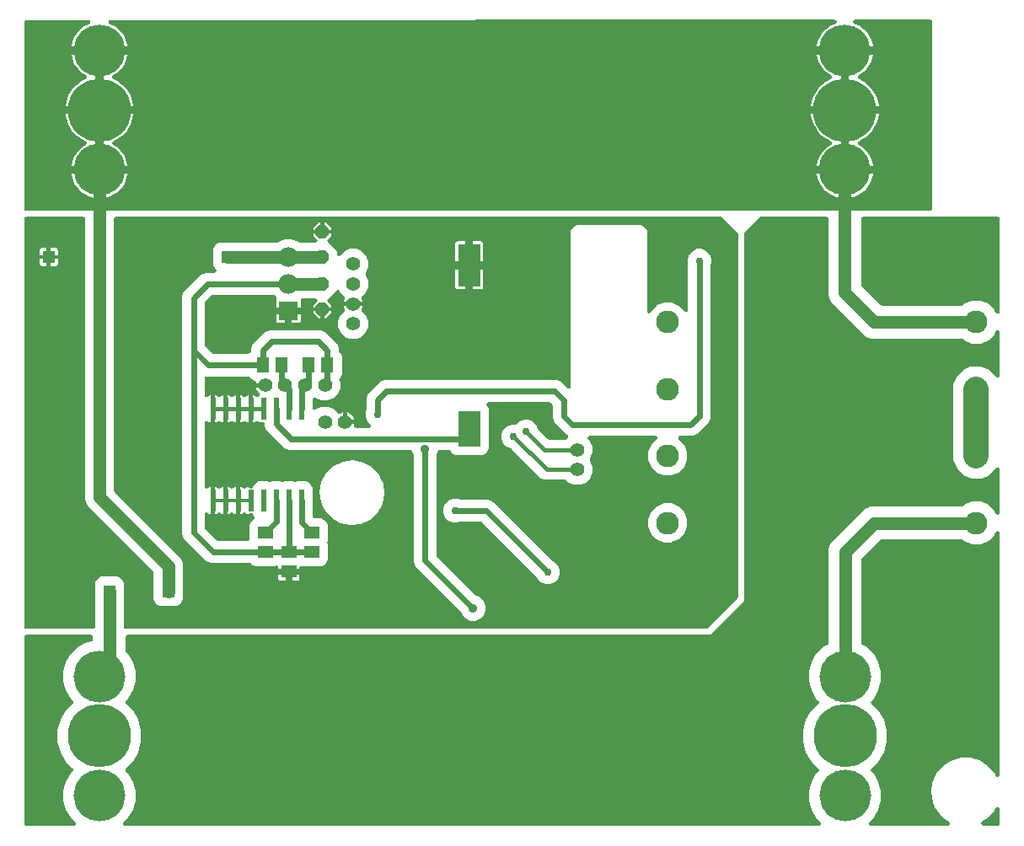
<source format=gbr>
G04 EAGLE Gerber RS-274X export*
G75*
%MOMM*%
%FSLAX34Y34*%
%LPD*%
%INBottom Copper*%
%IPPOS*%
%AMOC8*
5,1,8,0,0,1.08239X$1,22.5*%
G01*
%ADD10C,5.200000*%
%ADD11C,6.346000*%
%ADD12R,1.980000X1.980000*%
%ADD13C,1.980000*%
%ADD14P,1.429621X8X112.500000*%
%ADD15P,1.429621X8X292.500000*%
%ADD16C,2.286000*%
%ADD17C,1.422400*%
%ADD18R,0.600000X2.200000*%
%ADD19R,2.300000X4.300000*%
%ADD20R,2.300000X3.660000*%
%ADD21R,1.500000X1.300000*%
%ADD22R,1.600000X1.300000*%
%ADD23R,1.308000X1.308000*%
%ADD24R,1.300000X1.500000*%
%ADD25C,0.609600*%
%ADD26C,1.270000*%
%ADD27C,0.756400*%
%ADD28C,0.406400*%
%ADD29C,2.540000*%
%ADD30C,0.906400*%

G36*
X79108Y207971D02*
X79108Y207971D01*
X79126Y207969D01*
X79308Y207990D01*
X79491Y208009D01*
X79508Y208014D01*
X79525Y208016D01*
X79700Y208073D01*
X79876Y208127D01*
X79891Y208135D01*
X79908Y208141D01*
X80068Y208231D01*
X80230Y208319D01*
X80243Y208330D01*
X80259Y208339D01*
X80398Y208459D01*
X80539Y208576D01*
X80550Y208590D01*
X80564Y208602D01*
X80676Y208747D01*
X80791Y208890D01*
X80799Y208906D01*
X80810Y208920D01*
X80892Y209085D01*
X80977Y209247D01*
X80982Y209264D01*
X80990Y209281D01*
X81037Y209459D01*
X81088Y209634D01*
X81090Y209652D01*
X81094Y209669D01*
X81121Y210000D01*
X81121Y236780D01*
X81118Y236811D01*
X81120Y236842D01*
X81098Y237012D01*
X81081Y237181D01*
X81072Y237211D01*
X81068Y237242D01*
X80967Y237558D01*
X80931Y237643D01*
X80931Y253957D01*
X82169Y256945D01*
X84455Y259231D01*
X87443Y260469D01*
X103757Y260469D01*
X106745Y259231D01*
X109031Y256945D01*
X110269Y253957D01*
X110269Y237643D01*
X110233Y237558D01*
X110224Y237528D01*
X110210Y237500D01*
X110166Y237335D01*
X110117Y237172D01*
X110114Y237141D01*
X110106Y237111D01*
X110079Y236780D01*
X110079Y210000D01*
X110081Y209982D01*
X110079Y209964D01*
X110100Y209782D01*
X110119Y209599D01*
X110124Y209582D01*
X110126Y209565D01*
X110183Y209390D01*
X110237Y209214D01*
X110245Y209199D01*
X110251Y209182D01*
X110341Y209022D01*
X110429Y208860D01*
X110440Y208847D01*
X110449Y208831D01*
X110569Y208692D01*
X110686Y208551D01*
X110700Y208540D01*
X110712Y208527D01*
X110857Y208414D01*
X111000Y208299D01*
X111016Y208291D01*
X111030Y208280D01*
X111195Y208198D01*
X111357Y208113D01*
X111374Y208108D01*
X111390Y208100D01*
X111569Y208053D01*
X111744Y208002D01*
X111762Y208000D01*
X111779Y207996D01*
X112110Y207969D01*
X695000Y207969D01*
X695027Y207971D01*
X695053Y207969D01*
X695227Y207991D01*
X695401Y208009D01*
X695426Y208017D01*
X695453Y208020D01*
X695618Y208076D01*
X695786Y208127D01*
X695809Y208140D01*
X695834Y208148D01*
X695986Y208235D01*
X696140Y208319D01*
X696160Y208336D01*
X696183Y208349D01*
X696436Y208564D01*
X726436Y238564D01*
X726453Y238584D01*
X726474Y238602D01*
X726581Y238740D01*
X726691Y238875D01*
X726704Y238899D01*
X726720Y238920D01*
X726798Y239077D01*
X726880Y239231D01*
X726888Y239256D01*
X726900Y239281D01*
X726945Y239450D01*
X726995Y239617D01*
X726997Y239643D01*
X727004Y239669D01*
X727031Y240000D01*
X727031Y605000D01*
X727029Y605027D01*
X727031Y605053D01*
X727009Y605227D01*
X726991Y605401D01*
X726984Y605426D01*
X726980Y605453D01*
X726925Y605618D01*
X726873Y605786D01*
X726860Y605809D01*
X726852Y605834D01*
X726765Y605986D01*
X726681Y606140D01*
X726664Y606160D01*
X726651Y606183D01*
X726436Y606436D01*
X711436Y621436D01*
X711416Y621453D01*
X711398Y621474D01*
X711260Y621581D01*
X711125Y621691D01*
X711101Y621704D01*
X711080Y621720D01*
X710923Y621798D01*
X710769Y621880D01*
X710744Y621888D01*
X710720Y621900D01*
X710550Y621945D01*
X710383Y621995D01*
X710357Y621997D01*
X710331Y622004D01*
X710000Y622031D01*
X102110Y622031D01*
X102092Y622029D01*
X102074Y622031D01*
X101892Y622010D01*
X101709Y621991D01*
X101692Y621986D01*
X101675Y621984D01*
X101500Y621927D01*
X101324Y621873D01*
X101309Y621865D01*
X101292Y621859D01*
X101132Y621769D01*
X100970Y621681D01*
X100957Y621670D01*
X100941Y621661D01*
X100802Y621541D01*
X100661Y621424D01*
X100650Y621410D01*
X100636Y621398D01*
X100524Y621253D01*
X100409Y621110D01*
X100401Y621094D01*
X100390Y621080D01*
X100308Y620915D01*
X100223Y620753D01*
X100218Y620736D01*
X100210Y620720D01*
X100163Y620541D01*
X100112Y620366D01*
X100110Y620348D01*
X100106Y620331D01*
X100079Y620000D01*
X100079Y347239D01*
X100081Y347212D01*
X100079Y347185D01*
X100101Y347011D01*
X100119Y346838D01*
X100126Y346813D01*
X100130Y346786D01*
X100185Y346620D01*
X100237Y346453D01*
X100250Y346430D01*
X100258Y346404D01*
X100345Y346253D01*
X100429Y346099D01*
X100446Y346079D01*
X100459Y346055D01*
X100674Y345802D01*
X166874Y279602D01*
X169079Y274280D01*
X169079Y254820D01*
X169082Y254788D01*
X169080Y254757D01*
X169102Y254589D01*
X169119Y254419D01*
X169128Y254389D01*
X169132Y254358D01*
X169233Y254042D01*
X169269Y253957D01*
X169269Y237643D01*
X168031Y234655D01*
X165745Y232369D01*
X162757Y231131D01*
X146443Y231131D01*
X143455Y232369D01*
X141169Y234655D01*
X139931Y237643D01*
X139931Y253957D01*
X139967Y254042D01*
X139976Y254072D01*
X139990Y254100D01*
X140034Y254264D01*
X140083Y254428D01*
X140086Y254459D01*
X140094Y254489D01*
X140121Y254820D01*
X140121Y264561D01*
X140119Y264588D01*
X140121Y264615D01*
X140099Y264789D01*
X140081Y264962D01*
X140074Y264987D01*
X140070Y265014D01*
X140015Y265180D01*
X139963Y265347D01*
X139950Y265370D01*
X139942Y265396D01*
X139855Y265547D01*
X139771Y265701D01*
X139754Y265721D01*
X139741Y265745D01*
X139526Y265998D01*
X73326Y332198D01*
X71121Y337520D01*
X71121Y620000D01*
X71119Y620018D01*
X71121Y620036D01*
X71100Y620218D01*
X71081Y620401D01*
X71076Y620418D01*
X71074Y620435D01*
X71017Y620610D01*
X70963Y620786D01*
X70955Y620801D01*
X70949Y620818D01*
X70859Y620978D01*
X70771Y621140D01*
X70760Y621153D01*
X70751Y621169D01*
X70631Y621308D01*
X70514Y621449D01*
X70500Y621460D01*
X70488Y621474D01*
X70343Y621586D01*
X70200Y621701D01*
X70184Y621709D01*
X70170Y621720D01*
X70005Y621802D01*
X69843Y621887D01*
X69826Y621892D01*
X69810Y621900D01*
X69631Y621947D01*
X69456Y621998D01*
X69438Y622000D01*
X69421Y622004D01*
X69090Y622031D01*
X12192Y622031D01*
X12174Y622029D01*
X12156Y622031D01*
X11974Y622010D01*
X11791Y621991D01*
X11774Y621986D01*
X11757Y621984D01*
X11582Y621927D01*
X11406Y621873D01*
X11391Y621865D01*
X11374Y621859D01*
X11214Y621769D01*
X11052Y621681D01*
X11039Y621670D01*
X11023Y621661D01*
X10884Y621541D01*
X10743Y621424D01*
X10732Y621410D01*
X10718Y621398D01*
X10606Y621253D01*
X10491Y621110D01*
X10483Y621094D01*
X10472Y621080D01*
X10390Y620915D01*
X10305Y620753D01*
X10300Y620736D01*
X10292Y620720D01*
X10245Y620541D01*
X10194Y620366D01*
X10192Y620348D01*
X10188Y620331D01*
X10161Y620000D01*
X10161Y210000D01*
X10163Y209982D01*
X10161Y209964D01*
X10182Y209782D01*
X10201Y209599D01*
X10206Y209582D01*
X10208Y209565D01*
X10265Y209390D01*
X10319Y209214D01*
X10327Y209199D01*
X10333Y209182D01*
X10423Y209022D01*
X10511Y208860D01*
X10522Y208847D01*
X10531Y208831D01*
X10651Y208692D01*
X10768Y208551D01*
X10782Y208540D01*
X10794Y208527D01*
X10939Y208414D01*
X11082Y208299D01*
X11098Y208291D01*
X11112Y208280D01*
X11277Y208198D01*
X11439Y208113D01*
X11456Y208108D01*
X11472Y208100D01*
X11651Y208053D01*
X11826Y208002D01*
X11844Y208000D01*
X11861Y207996D01*
X12192Y207969D01*
X79090Y207969D01*
X79108Y207971D01*
G37*
G36*
X808554Y10403D02*
X808554Y10403D01*
X808563Y10404D01*
X808572Y10403D01*
X808766Y10424D01*
X808955Y10443D01*
X808963Y10446D01*
X808972Y10447D01*
X809158Y10506D01*
X809340Y10562D01*
X809347Y10566D01*
X809356Y10568D01*
X809525Y10662D01*
X809694Y10753D01*
X809701Y10759D01*
X809708Y10763D01*
X809855Y10888D01*
X810003Y11011D01*
X810008Y11018D01*
X810015Y11024D01*
X810135Y11175D01*
X810255Y11325D01*
X810259Y11333D01*
X810265Y11339D01*
X810352Y11511D01*
X810441Y11682D01*
X810443Y11691D01*
X810447Y11698D01*
X810499Y11885D01*
X810552Y12069D01*
X810553Y12078D01*
X810555Y12086D01*
X810569Y12280D01*
X810585Y12471D01*
X810584Y12479D01*
X810584Y12488D01*
X810560Y12680D01*
X810538Y12871D01*
X810535Y12879D01*
X810534Y12887D01*
X810473Y13070D01*
X810413Y13253D01*
X810409Y13261D01*
X810406Y13269D01*
X810310Y13436D01*
X810215Y13604D01*
X810209Y13610D01*
X810205Y13618D01*
X809990Y13871D01*
X805564Y18297D01*
X800804Y26543D01*
X798339Y35739D01*
X798339Y45261D01*
X800804Y54457D01*
X805564Y62703D01*
X807848Y64987D01*
X807859Y65001D01*
X807873Y65012D01*
X807987Y65156D01*
X808103Y65298D01*
X808111Y65314D01*
X808122Y65328D01*
X808206Y65492D01*
X808292Y65654D01*
X808297Y65671D01*
X808305Y65687D01*
X808354Y65863D01*
X808406Y66040D01*
X808408Y66058D01*
X808413Y66075D01*
X808426Y66258D01*
X808443Y66441D01*
X808441Y66459D01*
X808442Y66477D01*
X808419Y66659D01*
X808399Y66841D01*
X808394Y66858D01*
X808392Y66876D01*
X808334Y67050D01*
X808278Y67225D01*
X808269Y67241D01*
X808264Y67258D01*
X808172Y67417D01*
X808083Y67577D01*
X808072Y67591D01*
X808063Y67607D01*
X807848Y67860D01*
X800979Y74728D01*
X795464Y84281D01*
X792609Y94935D01*
X792609Y105965D01*
X795464Y116619D01*
X800979Y126172D01*
X807848Y133040D01*
X807859Y133054D01*
X807873Y133066D01*
X807986Y133209D01*
X808103Y133352D01*
X808111Y133368D01*
X808122Y133382D01*
X808206Y133546D01*
X808292Y133708D01*
X808297Y133725D01*
X808305Y133741D01*
X808354Y133918D01*
X808406Y134094D01*
X808408Y134111D01*
X808413Y134129D01*
X808426Y134312D01*
X808443Y134495D01*
X808441Y134512D01*
X808442Y134530D01*
X808419Y134712D01*
X808399Y134895D01*
X808394Y134912D01*
X808392Y134930D01*
X808333Y135103D01*
X808278Y135279D01*
X808269Y135294D01*
X808264Y135311D01*
X808172Y135470D01*
X808083Y135631D01*
X808072Y135645D01*
X808063Y135660D01*
X807848Y135913D01*
X805564Y138197D01*
X800804Y146443D01*
X798339Y155639D01*
X798339Y165161D01*
X800804Y174357D01*
X805564Y182603D01*
X812297Y189336D01*
X816974Y192036D01*
X817048Y192089D01*
X817127Y192134D01*
X817211Y192206D01*
X817301Y192271D01*
X817363Y192338D01*
X817432Y192397D01*
X817499Y192484D01*
X817575Y192566D01*
X817623Y192643D01*
X817678Y192715D01*
X817728Y192814D01*
X817786Y192909D01*
X817817Y192994D01*
X817858Y193076D01*
X817886Y193183D01*
X817925Y193287D01*
X817938Y193376D01*
X817962Y193464D01*
X817973Y193602D01*
X817986Y193684D01*
X817984Y193732D01*
X817989Y193795D01*
X817989Y288684D01*
X820503Y294753D01*
X854347Y328597D01*
X860416Y331111D01*
X951715Y331111D01*
X951742Y331113D01*
X951769Y331111D01*
X951943Y331133D01*
X952116Y331151D01*
X952142Y331158D01*
X952168Y331162D01*
X952334Y331218D01*
X952501Y331269D01*
X952525Y331282D01*
X952550Y331290D01*
X952701Y331377D01*
X952855Y331461D01*
X952876Y331478D01*
X952899Y331491D01*
X953152Y331706D01*
X954290Y332844D01*
X962225Y336131D01*
X970815Y336131D01*
X978750Y332844D01*
X984824Y326770D01*
X985931Y324096D01*
X985933Y324092D01*
X985935Y324088D01*
X986028Y323915D01*
X986122Y323741D01*
X986124Y323738D01*
X986127Y323734D01*
X986251Y323585D01*
X986378Y323431D01*
X986381Y323428D01*
X986384Y323425D01*
X986537Y323302D01*
X986691Y323177D01*
X986695Y323175D01*
X986698Y323172D01*
X986871Y323082D01*
X987047Y322990D01*
X987051Y322989D01*
X987055Y322987D01*
X987243Y322933D01*
X987434Y322877D01*
X987438Y322877D01*
X987442Y322875D01*
X987640Y322859D01*
X987835Y322842D01*
X987839Y322843D01*
X987844Y322842D01*
X988038Y322865D01*
X988235Y322887D01*
X988239Y322889D01*
X988243Y322889D01*
X988429Y322950D01*
X988618Y323011D01*
X988622Y323013D01*
X988626Y323014D01*
X988798Y323111D01*
X988970Y323207D01*
X988973Y323210D01*
X988977Y323212D01*
X989125Y323340D01*
X989275Y323469D01*
X989278Y323472D01*
X989282Y323475D01*
X989402Y323630D01*
X989524Y323786D01*
X989526Y323790D01*
X989528Y323793D01*
X989617Y323971D01*
X989704Y324146D01*
X989706Y324150D01*
X989708Y324154D01*
X989759Y324346D01*
X989811Y324534D01*
X989811Y324538D01*
X989812Y324543D01*
X989839Y324873D01*
X989839Y368198D01*
X989839Y368203D01*
X989839Y368207D01*
X989819Y368403D01*
X989799Y368599D01*
X989798Y368603D01*
X989798Y368607D01*
X989739Y368796D01*
X989681Y368983D01*
X989679Y368987D01*
X989678Y368992D01*
X989582Y369167D01*
X989489Y369338D01*
X989487Y369341D01*
X989484Y369345D01*
X989357Y369497D01*
X989232Y369647D01*
X989228Y369650D01*
X989225Y369653D01*
X989071Y369776D01*
X988918Y369899D01*
X988914Y369901D01*
X988910Y369904D01*
X988733Y369995D01*
X988561Y370085D01*
X988556Y370086D01*
X988552Y370088D01*
X988363Y370142D01*
X988174Y370196D01*
X988169Y370196D01*
X988165Y370198D01*
X987970Y370213D01*
X987772Y370229D01*
X987768Y370228D01*
X987763Y370229D01*
X987568Y370205D01*
X987373Y370182D01*
X987368Y370181D01*
X987364Y370180D01*
X987178Y370118D01*
X986990Y370057D01*
X986986Y370055D01*
X986982Y370053D01*
X986812Y369957D01*
X986639Y369859D01*
X986636Y369856D01*
X986632Y369854D01*
X986481Y369723D01*
X986335Y369596D01*
X986332Y369593D01*
X986328Y369590D01*
X986206Y369431D01*
X986088Y369278D01*
X986086Y369274D01*
X986083Y369270D01*
X985931Y368975D01*
X985900Y368900D01*
X979470Y362470D01*
X972014Y359381D01*
X971067Y358989D01*
X961973Y358989D01*
X953570Y362470D01*
X947140Y368900D01*
X943659Y377303D01*
X943659Y453697D01*
X947140Y462100D01*
X953570Y468530D01*
X960537Y471416D01*
X961973Y472011D01*
X971067Y472011D01*
X979470Y468530D01*
X985900Y462100D01*
X985931Y462025D01*
X985933Y462021D01*
X985935Y462017D01*
X986031Y461839D01*
X986122Y461670D01*
X986124Y461666D01*
X986127Y461662D01*
X986251Y461513D01*
X986378Y461360D01*
X986381Y461357D01*
X986384Y461353D01*
X986536Y461231D01*
X986691Y461106D01*
X986695Y461104D01*
X986698Y461101D01*
X986871Y461011D01*
X987047Y460919D01*
X987051Y460917D01*
X987055Y460915D01*
X987246Y460861D01*
X987433Y460806D01*
X987438Y460805D01*
X987442Y460804D01*
X987642Y460788D01*
X987835Y460771D01*
X987839Y460771D01*
X987844Y460771D01*
X988040Y460794D01*
X988235Y460816D01*
X988239Y460817D01*
X988243Y460818D01*
X988431Y460879D01*
X988618Y460939D01*
X988622Y460941D01*
X988626Y460943D01*
X988798Y461040D01*
X988969Y461136D01*
X988973Y461139D01*
X988977Y461141D01*
X989126Y461270D01*
X989275Y461397D01*
X989278Y461401D01*
X989282Y461404D01*
X989401Y461558D01*
X989524Y461714D01*
X989526Y461718D01*
X989528Y461722D01*
X989616Y461898D01*
X989704Y462074D01*
X989706Y462078D01*
X989708Y462083D01*
X989760Y462277D01*
X989811Y462462D01*
X989811Y462467D01*
X989812Y462471D01*
X989839Y462802D01*
X989839Y506127D01*
X989839Y506131D01*
X989839Y506136D01*
X989819Y506330D01*
X989799Y506527D01*
X989798Y506532D01*
X989798Y506536D01*
X989739Y506724D01*
X989681Y506912D01*
X989679Y506916D01*
X989678Y506920D01*
X989582Y507095D01*
X989489Y507266D01*
X989487Y507270D01*
X989484Y507274D01*
X989356Y507426D01*
X989232Y507575D01*
X989228Y507578D01*
X989225Y507582D01*
X989069Y507707D01*
X988918Y507828D01*
X988914Y507830D01*
X988911Y507833D01*
X988730Y507925D01*
X988561Y508013D01*
X988556Y508014D01*
X988552Y508017D01*
X988362Y508071D01*
X988174Y508125D01*
X988169Y508125D01*
X988165Y508126D01*
X987973Y508141D01*
X987772Y508158D01*
X987768Y508157D01*
X987764Y508157D01*
X987570Y508134D01*
X987373Y508111D01*
X987368Y508109D01*
X987364Y508109D01*
X987179Y508047D01*
X986990Y507986D01*
X986986Y507984D01*
X986982Y507982D01*
X986813Y507886D01*
X986639Y507788D01*
X986636Y507785D01*
X986632Y507783D01*
X986485Y507655D01*
X986335Y507525D01*
X986332Y507521D01*
X986328Y507518D01*
X986208Y507361D01*
X986088Y507207D01*
X986086Y507203D01*
X986083Y507199D01*
X985931Y506904D01*
X984824Y504230D01*
X978750Y498156D01*
X970815Y494869D01*
X962225Y494869D01*
X954290Y498156D01*
X953092Y499354D01*
X953071Y499371D01*
X953054Y499392D01*
X952915Y499499D01*
X952780Y499609D01*
X952757Y499622D01*
X952735Y499638D01*
X952579Y499716D01*
X952425Y499798D01*
X952399Y499806D01*
X952375Y499818D01*
X952206Y499863D01*
X952039Y499913D01*
X952012Y499915D01*
X951986Y499922D01*
X951655Y499949D01*
X860456Y499949D01*
X854387Y502463D01*
X820403Y536447D01*
X817889Y542516D01*
X817889Y620000D01*
X817887Y620018D01*
X817889Y620036D01*
X817868Y620218D01*
X817849Y620401D01*
X817844Y620418D01*
X817842Y620435D01*
X817785Y620610D01*
X817731Y620786D01*
X817723Y620801D01*
X817717Y620818D01*
X817627Y620978D01*
X817539Y621140D01*
X817528Y621153D01*
X817519Y621169D01*
X817399Y621308D01*
X817282Y621449D01*
X817268Y621460D01*
X817256Y621474D01*
X817111Y621586D01*
X816968Y621701D01*
X816952Y621709D01*
X816938Y621720D01*
X816773Y621802D01*
X816611Y621887D01*
X816594Y621892D01*
X816578Y621900D01*
X816399Y621947D01*
X816224Y621998D01*
X816206Y622000D01*
X816189Y622004D01*
X815858Y622031D01*
X750000Y622031D01*
X749973Y622029D01*
X749947Y622031D01*
X749773Y622009D01*
X749599Y621991D01*
X749574Y621984D01*
X749547Y621980D01*
X749382Y621925D01*
X749214Y621873D01*
X749191Y621860D01*
X749166Y621852D01*
X749014Y621765D01*
X748860Y621681D01*
X748840Y621664D01*
X748817Y621651D01*
X748564Y621436D01*
X733564Y606436D01*
X733547Y606416D01*
X733527Y606398D01*
X733419Y606260D01*
X733309Y606125D01*
X733296Y606101D01*
X733280Y606080D01*
X733202Y605923D01*
X733120Y605769D01*
X733112Y605744D01*
X733100Y605720D01*
X733055Y605550D01*
X733005Y605383D01*
X733003Y605357D01*
X732996Y605331D01*
X732969Y605000D01*
X732969Y235841D01*
X699159Y202031D01*
X114142Y202031D01*
X114124Y202029D01*
X114106Y202031D01*
X113924Y202010D01*
X113741Y201991D01*
X113724Y201986D01*
X113707Y201984D01*
X113532Y201927D01*
X113356Y201873D01*
X113341Y201865D01*
X113324Y201859D01*
X113164Y201769D01*
X113002Y201681D01*
X112989Y201670D01*
X112973Y201661D01*
X112834Y201541D01*
X112693Y201424D01*
X112682Y201410D01*
X112668Y201398D01*
X112556Y201253D01*
X112441Y201110D01*
X112433Y201094D01*
X112422Y201080D01*
X112340Y200915D01*
X112255Y200753D01*
X112250Y200736D01*
X112242Y200720D01*
X112195Y200541D01*
X112144Y200366D01*
X112142Y200348D01*
X112138Y200331D01*
X112111Y200000D01*
X112111Y185770D01*
X112113Y185743D01*
X112111Y185716D01*
X112133Y185542D01*
X112151Y185369D01*
X112158Y185344D01*
X112162Y185317D01*
X112217Y185151D01*
X112269Y184984D01*
X112282Y184961D01*
X112290Y184935D01*
X112377Y184784D01*
X112461Y184630D01*
X112478Y184610D01*
X112491Y184586D01*
X112706Y184333D01*
X114436Y182603D01*
X119196Y174357D01*
X121661Y165161D01*
X121661Y155639D01*
X119196Y146443D01*
X114436Y138197D01*
X112152Y135913D01*
X112141Y135899D01*
X112127Y135888D01*
X112013Y135744D01*
X111897Y135602D01*
X111889Y135586D01*
X111878Y135572D01*
X111794Y135408D01*
X111708Y135246D01*
X111703Y135229D01*
X111695Y135213D01*
X111646Y135036D01*
X111594Y134860D01*
X111592Y134842D01*
X111587Y134825D01*
X111574Y134642D01*
X111557Y134459D01*
X111559Y134441D01*
X111558Y134423D01*
X111581Y134241D01*
X111601Y134059D01*
X111606Y134042D01*
X111608Y134024D01*
X111666Y133850D01*
X111722Y133675D01*
X111731Y133659D01*
X111736Y133642D01*
X111828Y133483D01*
X111917Y133323D01*
X111928Y133309D01*
X111937Y133293D01*
X112152Y133040D01*
X119021Y126172D01*
X124536Y116619D01*
X127391Y105965D01*
X127391Y94935D01*
X124536Y84281D01*
X119021Y74728D01*
X112152Y67860D01*
X112141Y67846D01*
X112127Y67834D01*
X112014Y67691D01*
X111897Y67548D01*
X111889Y67532D01*
X111878Y67518D01*
X111794Y67354D01*
X111708Y67192D01*
X111703Y67175D01*
X111695Y67159D01*
X111646Y66982D01*
X111594Y66806D01*
X111592Y66789D01*
X111587Y66771D01*
X111574Y66588D01*
X111557Y66405D01*
X111559Y66388D01*
X111558Y66370D01*
X111581Y66188D01*
X111601Y66005D01*
X111606Y65988D01*
X111608Y65970D01*
X111667Y65797D01*
X111722Y65621D01*
X111731Y65606D01*
X111736Y65589D01*
X111828Y65430D01*
X111917Y65269D01*
X111928Y65255D01*
X111937Y65240D01*
X112152Y64987D01*
X114436Y62703D01*
X119196Y54457D01*
X121661Y45261D01*
X121661Y35739D01*
X119196Y26543D01*
X114436Y18297D01*
X109801Y13662D01*
X109795Y13655D01*
X109788Y13649D01*
X109668Y13499D01*
X109546Y13350D01*
X109541Y13342D01*
X109535Y13335D01*
X109447Y13164D01*
X109357Y12994D01*
X109354Y12986D01*
X109350Y12977D01*
X109297Y12792D01*
X109242Y12609D01*
X109241Y12599D01*
X109239Y12590D01*
X109223Y12400D01*
X109206Y12208D01*
X109207Y12198D01*
X109206Y12189D01*
X109228Y11999D01*
X109249Y11807D01*
X109252Y11798D01*
X109253Y11789D01*
X109312Y11607D01*
X109371Y11423D01*
X109375Y11415D01*
X109378Y11407D01*
X109473Y11238D01*
X109566Y11071D01*
X109571Y11064D01*
X109576Y11056D01*
X109703Y10910D01*
X109826Y10764D01*
X109833Y10758D01*
X109839Y10751D01*
X109992Y10633D01*
X110142Y10515D01*
X110150Y10510D01*
X110157Y10505D01*
X110330Y10419D01*
X110501Y10332D01*
X110510Y10330D01*
X110518Y10326D01*
X110703Y10276D01*
X110889Y10224D01*
X110898Y10223D01*
X110907Y10221D01*
X111238Y10194D01*
X808554Y10403D01*
G37*
G36*
X920018Y627971D02*
X920018Y627971D01*
X920036Y627969D01*
X920218Y627990D01*
X920401Y628009D01*
X920418Y628014D01*
X920435Y628016D01*
X920610Y628073D01*
X920786Y628127D01*
X920801Y628135D01*
X920818Y628141D01*
X920978Y628231D01*
X921140Y628319D01*
X921153Y628330D01*
X921169Y628339D01*
X921308Y628459D01*
X921449Y628576D01*
X921460Y628590D01*
X921474Y628602D01*
X921586Y628747D01*
X921701Y628890D01*
X921709Y628906D01*
X921720Y628920D01*
X921802Y629085D01*
X921887Y629247D01*
X921892Y629264D01*
X921900Y629281D01*
X921947Y629459D01*
X921998Y629634D01*
X922000Y629652D01*
X922004Y629669D01*
X922031Y630000D01*
X922031Y818084D01*
X922029Y818102D01*
X922031Y818120D01*
X922009Y818303D01*
X921991Y818485D01*
X921986Y818502D01*
X921984Y818520D01*
X921927Y818694D01*
X921873Y818870D01*
X921865Y818886D01*
X921859Y818903D01*
X921769Y819063D01*
X921681Y819224D01*
X921670Y819237D01*
X921661Y819253D01*
X921540Y819393D01*
X921424Y819533D01*
X921410Y819544D01*
X921398Y819558D01*
X921252Y819671D01*
X921110Y819785D01*
X921094Y819794D01*
X921080Y819805D01*
X920914Y819887D01*
X920753Y819971D01*
X920735Y819976D01*
X920719Y819984D01*
X920541Y820032D01*
X920366Y820082D01*
X920348Y820084D01*
X920330Y820088D01*
X919999Y820115D01*
X844768Y820093D01*
X844707Y820087D01*
X844646Y820089D01*
X844507Y820067D01*
X844367Y820053D01*
X844309Y820035D01*
X844248Y820025D01*
X844117Y819976D01*
X843982Y819934D01*
X843929Y819905D01*
X843871Y819884D01*
X843752Y819809D01*
X843629Y819743D01*
X843582Y819703D01*
X843529Y819671D01*
X843427Y819575D01*
X843319Y819485D01*
X843281Y819437D01*
X843236Y819395D01*
X843155Y819280D01*
X843067Y819171D01*
X843039Y819117D01*
X843003Y819067D01*
X842946Y818938D01*
X842882Y818814D01*
X842865Y818755D01*
X842840Y818699D01*
X842809Y818561D01*
X842770Y818427D01*
X842765Y818366D01*
X842752Y818306D01*
X842749Y818165D01*
X842738Y818025D01*
X842745Y817964D01*
X842743Y817903D01*
X842768Y817765D01*
X842785Y817625D01*
X842804Y817567D01*
X842814Y817507D01*
X842866Y817376D01*
X842910Y817243D01*
X842940Y817189D01*
X842962Y817132D01*
X843039Y817015D01*
X843108Y816892D01*
X843148Y816846D01*
X843181Y816794D01*
X843279Y816694D01*
X843371Y816588D01*
X843419Y816550D01*
X843462Y816506D01*
X843578Y816427D01*
X843689Y816341D01*
X843744Y816314D01*
X843795Y816279D01*
X843975Y816199D01*
X844050Y816162D01*
X844072Y816156D01*
X844098Y816144D01*
X845339Y815710D01*
X848227Y814319D01*
X850942Y812613D01*
X853448Y810615D01*
X855715Y808348D01*
X857713Y805842D01*
X859419Y803127D01*
X860810Y800239D01*
X861869Y797213D01*
X862582Y794088D01*
X862664Y793363D01*
X836432Y793363D01*
X836414Y793361D01*
X836397Y793363D01*
X836214Y793341D01*
X836032Y793323D01*
X836014Y793318D01*
X835997Y793316D01*
X835822Y793259D01*
X835647Y793205D01*
X835631Y793197D01*
X835614Y793191D01*
X835454Y793101D01*
X835293Y793013D01*
X835279Y793002D01*
X835263Y792993D01*
X835124Y792873D01*
X834983Y792756D01*
X834972Y792742D01*
X834959Y792730D01*
X834846Y792585D01*
X834731Y792442D01*
X834723Y792426D01*
X834712Y792412D01*
X834630Y792247D01*
X834545Y792085D01*
X834541Y792068D01*
X834533Y792051D01*
X834485Y791873D01*
X834434Y791698D01*
X834433Y791680D01*
X834428Y791663D01*
X834401Y791332D01*
X834401Y789299D01*
X834399Y789299D01*
X834399Y791332D01*
X834397Y791350D01*
X834399Y791367D01*
X834377Y791550D01*
X834359Y791733D01*
X834354Y791750D01*
X834352Y791767D01*
X834295Y791942D01*
X834241Y792117D01*
X834233Y792133D01*
X834227Y792150D01*
X834137Y792310D01*
X834049Y792472D01*
X834038Y792485D01*
X834029Y792501D01*
X833909Y792640D01*
X833792Y792781D01*
X833778Y792792D01*
X833766Y792805D01*
X833621Y792918D01*
X833478Y793033D01*
X833462Y793041D01*
X833448Y793052D01*
X833283Y793134D01*
X833120Y793219D01*
X833103Y793224D01*
X833087Y793232D01*
X832909Y793279D01*
X832734Y793330D01*
X832716Y793331D01*
X832699Y793336D01*
X832368Y793363D01*
X806136Y793363D01*
X806218Y794088D01*
X806931Y797213D01*
X807990Y800239D01*
X809381Y803127D01*
X811087Y805842D01*
X813085Y808348D01*
X815352Y810615D01*
X817858Y812613D01*
X820573Y814319D01*
X823461Y815710D01*
X824685Y816138D01*
X824741Y816164D01*
X824800Y816182D01*
X824923Y816249D01*
X825049Y816308D01*
X825099Y816345D01*
X825154Y816374D01*
X825261Y816464D01*
X825374Y816547D01*
X825415Y816592D01*
X825463Y816632D01*
X825550Y816741D01*
X825645Y816844D01*
X825676Y816898D01*
X825715Y816946D01*
X825779Y817070D01*
X825851Y817190D01*
X825872Y817248D01*
X825901Y817303D01*
X825939Y817437D01*
X825986Y817569D01*
X825995Y817631D01*
X826012Y817690D01*
X826023Y817829D01*
X826043Y817968D01*
X826040Y818030D01*
X826045Y818091D01*
X826028Y818230D01*
X826020Y818370D01*
X826005Y818430D01*
X825998Y818491D01*
X825954Y818624D01*
X825919Y818760D01*
X825892Y818815D01*
X825873Y818874D01*
X825804Y818996D01*
X825743Y819122D01*
X825705Y819171D01*
X825675Y819225D01*
X825583Y819330D01*
X825498Y819442D01*
X825452Y819482D01*
X825411Y819529D01*
X825301Y819615D01*
X825196Y819707D01*
X825142Y819738D01*
X825093Y819776D01*
X824968Y819838D01*
X824847Y819908D01*
X824788Y819927D01*
X824733Y819955D01*
X824597Y819991D01*
X824465Y820036D01*
X824403Y820043D01*
X824344Y820059D01*
X824148Y820075D01*
X824065Y820086D01*
X824042Y820084D01*
X824013Y820086D01*
X96609Y819868D01*
X96548Y819862D01*
X96487Y819865D01*
X96348Y819842D01*
X96209Y819828D01*
X96150Y819810D01*
X96090Y819801D01*
X95958Y819751D01*
X95824Y819710D01*
X95770Y819681D01*
X95713Y819659D01*
X95593Y819585D01*
X95470Y819518D01*
X95423Y819479D01*
X95371Y819447D01*
X95268Y819350D01*
X95161Y819260D01*
X95122Y819213D01*
X95078Y819171D01*
X94996Y819056D01*
X94908Y818946D01*
X94880Y818892D01*
X94845Y818842D01*
X94788Y818714D01*
X94723Y818589D01*
X94706Y818530D01*
X94681Y818474D01*
X94651Y818337D01*
X94612Y818202D01*
X94607Y818141D01*
X94593Y818081D01*
X94590Y817941D01*
X94579Y817801D01*
X94586Y817740D01*
X94585Y817679D01*
X94610Y817541D01*
X94626Y817401D01*
X94645Y817343D01*
X94656Y817282D01*
X94707Y817152D01*
X94751Y817018D01*
X94781Y816965D01*
X94804Y816908D01*
X94880Y816790D01*
X94949Y816668D01*
X94989Y816621D01*
X95022Y816570D01*
X95120Y816469D01*
X95212Y816363D01*
X95261Y816326D01*
X95303Y816282D01*
X95420Y816202D01*
X95530Y816116D01*
X95585Y816089D01*
X95636Y816055D01*
X95817Y815974D01*
X95891Y815937D01*
X95913Y815931D01*
X95939Y815920D01*
X96539Y815710D01*
X99427Y814319D01*
X102142Y812613D01*
X104648Y810615D01*
X106915Y808348D01*
X108913Y805842D01*
X110619Y803127D01*
X112010Y800239D01*
X113069Y797213D01*
X113782Y794088D01*
X113864Y793363D01*
X87632Y793363D01*
X87614Y793361D01*
X87597Y793363D01*
X87414Y793341D01*
X87232Y793323D01*
X87214Y793318D01*
X87197Y793316D01*
X87022Y793259D01*
X86847Y793205D01*
X86831Y793197D01*
X86814Y793191D01*
X86654Y793101D01*
X86493Y793013D01*
X86479Y793002D01*
X86463Y792993D01*
X86324Y792873D01*
X86183Y792756D01*
X86172Y792742D01*
X86159Y792730D01*
X86046Y792585D01*
X85931Y792442D01*
X85923Y792426D01*
X85912Y792412D01*
X85830Y792247D01*
X85745Y792085D01*
X85741Y792068D01*
X85733Y792051D01*
X85685Y791873D01*
X85634Y791698D01*
X85633Y791680D01*
X85628Y791663D01*
X85601Y791332D01*
X85601Y789299D01*
X85599Y789299D01*
X85599Y791332D01*
X85597Y791350D01*
X85599Y791367D01*
X85577Y791550D01*
X85559Y791733D01*
X85554Y791750D01*
X85552Y791767D01*
X85495Y791942D01*
X85441Y792117D01*
X85433Y792133D01*
X85427Y792150D01*
X85337Y792310D01*
X85249Y792472D01*
X85238Y792485D01*
X85229Y792501D01*
X85109Y792640D01*
X84992Y792781D01*
X84978Y792792D01*
X84966Y792805D01*
X84821Y792918D01*
X84678Y793033D01*
X84662Y793041D01*
X84648Y793052D01*
X84483Y793134D01*
X84320Y793219D01*
X84303Y793224D01*
X84287Y793232D01*
X84109Y793279D01*
X83934Y793330D01*
X83916Y793331D01*
X83899Y793336D01*
X83568Y793363D01*
X57336Y793363D01*
X57418Y794088D01*
X58131Y797213D01*
X59190Y800239D01*
X60581Y803127D01*
X62287Y805842D01*
X64285Y808348D01*
X66552Y810615D01*
X69058Y812613D01*
X71773Y814319D01*
X74661Y815710D01*
X75242Y815913D01*
X75298Y815939D01*
X75357Y815957D01*
X75480Y816024D01*
X75607Y816083D01*
X75657Y816120D01*
X75711Y816149D01*
X75819Y816239D01*
X75931Y816322D01*
X75973Y816368D01*
X76020Y816407D01*
X76108Y816516D01*
X76202Y816620D01*
X76234Y816673D01*
X76273Y816721D01*
X76337Y816845D01*
X76409Y816965D01*
X76430Y817023D01*
X76458Y817078D01*
X76497Y817213D01*
X76543Y817345D01*
X76552Y817406D01*
X76569Y817465D01*
X76581Y817605D01*
X76601Y817743D01*
X76597Y817805D01*
X76602Y817867D01*
X76586Y818006D01*
X76578Y818145D01*
X76562Y818205D01*
X76555Y818266D01*
X76512Y818400D01*
X76476Y818535D01*
X76449Y818590D01*
X76430Y818649D01*
X76361Y818771D01*
X76300Y818897D01*
X76263Y818946D01*
X76232Y819000D01*
X76141Y819106D01*
X76056Y819217D01*
X76009Y819257D01*
X75969Y819304D01*
X75858Y819390D01*
X75753Y819482D01*
X75700Y819513D01*
X75651Y819551D01*
X75525Y819613D01*
X75404Y819683D01*
X75346Y819703D01*
X75290Y819730D01*
X75155Y819767D01*
X75022Y819811D01*
X74961Y819819D01*
X74901Y819835D01*
X74706Y819851D01*
X74623Y819861D01*
X74600Y819859D01*
X74571Y819862D01*
X12191Y819843D01*
X12174Y819841D01*
X12156Y819843D01*
X11974Y819821D01*
X11791Y819803D01*
X11774Y819798D01*
X11757Y819796D01*
X11581Y819739D01*
X11406Y819685D01*
X11391Y819676D01*
X11374Y819671D01*
X11213Y819580D01*
X11052Y819493D01*
X11039Y819482D01*
X11023Y819473D01*
X10884Y819353D01*
X10743Y819235D01*
X10732Y819221D01*
X10718Y819210D01*
X10606Y819065D01*
X10490Y818921D01*
X10482Y818906D01*
X10472Y818892D01*
X10390Y818727D01*
X10305Y818564D01*
X10300Y818547D01*
X10292Y818531D01*
X10244Y818353D01*
X10194Y818177D01*
X10192Y818159D01*
X10188Y818142D01*
X10161Y817812D01*
X10161Y630000D01*
X10163Y629982D01*
X10161Y629964D01*
X10182Y629782D01*
X10201Y629599D01*
X10206Y629582D01*
X10208Y629565D01*
X10265Y629390D01*
X10319Y629214D01*
X10327Y629199D01*
X10333Y629182D01*
X10423Y629022D01*
X10511Y628860D01*
X10522Y628847D01*
X10531Y628831D01*
X10651Y628692D01*
X10768Y628551D01*
X10782Y628540D01*
X10794Y628527D01*
X10939Y628414D01*
X11082Y628299D01*
X11098Y628291D01*
X11112Y628280D01*
X11277Y628198D01*
X11439Y628113D01*
X11456Y628108D01*
X11472Y628100D01*
X11651Y628053D01*
X11826Y628002D01*
X11844Y628000D01*
X11861Y627996D01*
X12192Y627969D01*
X920000Y627969D01*
X920018Y627971D01*
G37*
%LPC*%
G36*
X458482Y216339D02*
X458482Y216339D01*
X453828Y218267D01*
X450267Y221828D01*
X448937Y225038D01*
X448923Y225065D01*
X448913Y225095D01*
X448828Y225242D01*
X448747Y225393D01*
X448727Y225417D01*
X448712Y225444D01*
X448497Y225697D01*
X406655Y267539D01*
X403225Y270969D01*
X401523Y275077D01*
X401523Y381895D01*
X401520Y381926D01*
X401522Y381957D01*
X401500Y382127D01*
X401483Y382296D01*
X401474Y382325D01*
X401470Y382356D01*
X401369Y382672D01*
X400030Y385904D01*
X400018Y386010D01*
X399999Y386193D01*
X399994Y386210D01*
X399992Y386227D01*
X399935Y386402D01*
X399881Y386578D01*
X399873Y386593D01*
X399867Y386610D01*
X399777Y386770D01*
X399689Y386932D01*
X399678Y386945D01*
X399669Y386961D01*
X399549Y387100D01*
X399432Y387241D01*
X399418Y387252D01*
X399406Y387266D01*
X399261Y387378D01*
X399118Y387493D01*
X399102Y387501D01*
X399088Y387512D01*
X398923Y387594D01*
X398761Y387679D01*
X398744Y387684D01*
X398728Y387692D01*
X398549Y387739D01*
X398374Y387790D01*
X398356Y387792D01*
X398339Y387796D01*
X398008Y387823D01*
X275777Y387823D01*
X271669Y389525D01*
X253575Y407619D01*
X251873Y411727D01*
X251873Y413428D01*
X251871Y413446D01*
X251873Y413464D01*
X251852Y413646D01*
X251833Y413829D01*
X251828Y413846D01*
X251826Y413863D01*
X251769Y414038D01*
X251715Y414214D01*
X251707Y414229D01*
X251701Y414246D01*
X251611Y414406D01*
X251523Y414568D01*
X251512Y414581D01*
X251503Y414597D01*
X251383Y414736D01*
X251266Y414877D01*
X251252Y414888D01*
X251240Y414902D01*
X251095Y415014D01*
X250952Y415129D01*
X250936Y415137D01*
X250922Y415148D01*
X250757Y415230D01*
X250595Y415315D01*
X250578Y415320D01*
X250562Y415328D01*
X250383Y415375D01*
X250208Y415426D01*
X250190Y415428D01*
X250173Y415432D01*
X249842Y415459D01*
X247015Y415459D01*
X246369Y415632D01*
X245790Y415967D01*
X245436Y416321D01*
X245423Y416332D01*
X245411Y416345D01*
X245267Y416460D01*
X245125Y416576D01*
X245109Y416584D01*
X245095Y416595D01*
X244931Y416678D01*
X244769Y416764D01*
X244752Y416769D01*
X244736Y416777D01*
X244560Y416827D01*
X244383Y416879D01*
X244365Y416881D01*
X244348Y416885D01*
X244165Y416899D01*
X243982Y416915D01*
X243965Y416913D01*
X243947Y416915D01*
X243765Y416892D01*
X243582Y416872D01*
X243565Y416867D01*
X243547Y416864D01*
X243373Y416806D01*
X243198Y416751D01*
X243183Y416742D01*
X243166Y416736D01*
X243006Y416644D01*
X242846Y416556D01*
X242832Y416544D01*
X242817Y416535D01*
X242564Y416321D01*
X242210Y415967D01*
X241631Y415632D01*
X240985Y415459D01*
X239681Y415459D01*
X239681Y426969D01*
X249842Y426969D01*
X249860Y426970D01*
X249878Y426969D01*
X250060Y426990D01*
X250243Y427008D01*
X250260Y427014D01*
X250277Y427016D01*
X250452Y427073D01*
X250628Y427127D01*
X250643Y427135D01*
X250660Y427141D01*
X250820Y427231D01*
X250982Y427318D01*
X250995Y427330D01*
X251011Y427339D01*
X251150Y427459D01*
X251291Y427576D01*
X251302Y427590D01*
X251316Y427602D01*
X251428Y427747D01*
X251543Y427890D01*
X251551Y427906D01*
X251562Y427920D01*
X251644Y428085D01*
X251729Y428247D01*
X251734Y428264D01*
X251742Y428280D01*
X251789Y428458D01*
X251840Y428634D01*
X251842Y428652D01*
X251846Y428669D01*
X251873Y429000D01*
X251872Y429018D01*
X251873Y429035D01*
X251873Y429036D01*
X251852Y429217D01*
X251833Y429401D01*
X251828Y429418D01*
X251826Y429436D01*
X251769Y429610D01*
X251715Y429786D01*
X251707Y429801D01*
X251701Y429818D01*
X251611Y429979D01*
X251523Y430140D01*
X251512Y430153D01*
X251503Y430169D01*
X251383Y430308D01*
X251266Y430449D01*
X251252Y430460D01*
X251240Y430474D01*
X251095Y430586D01*
X250952Y430701D01*
X250936Y430710D01*
X250922Y430720D01*
X250757Y430802D01*
X250595Y430887D01*
X250578Y430892D01*
X250562Y430900D01*
X250383Y430948D01*
X250208Y430998D01*
X250190Y431000D01*
X250173Y431004D01*
X249842Y431031D01*
X239681Y431031D01*
X239681Y442541D01*
X240985Y442541D01*
X241631Y442368D01*
X242210Y442033D01*
X242564Y441679D01*
X242577Y441668D01*
X242589Y441655D01*
X242733Y441540D01*
X242875Y441424D01*
X242891Y441416D01*
X242905Y441405D01*
X243069Y441322D01*
X243231Y441236D01*
X243248Y441231D01*
X243264Y441223D01*
X243440Y441173D01*
X243617Y441121D01*
X243635Y441119D01*
X243652Y441115D01*
X243835Y441101D01*
X244018Y441085D01*
X244035Y441087D01*
X244053Y441085D01*
X244235Y441108D01*
X244418Y441128D01*
X244435Y441133D01*
X244453Y441136D01*
X244627Y441194D01*
X244802Y441249D01*
X244817Y441258D01*
X244834Y441264D01*
X244994Y441356D01*
X245154Y441444D01*
X245168Y441456D01*
X245183Y441465D01*
X245436Y441679D01*
X245814Y442057D01*
X245900Y442124D01*
X246031Y442218D01*
X246058Y442248D01*
X246090Y442273D01*
X246196Y442395D01*
X246305Y442513D01*
X246326Y442547D01*
X246353Y442578D01*
X246432Y442719D01*
X246516Y442856D01*
X246530Y442894D01*
X246550Y442929D01*
X246599Y443083D01*
X246655Y443234D01*
X246661Y443274D01*
X246674Y443312D01*
X246692Y443473D01*
X246717Y443632D01*
X246715Y443672D01*
X246719Y443712D01*
X246706Y443873D01*
X246699Y444034D01*
X246689Y444073D01*
X246686Y444113D01*
X246641Y444268D01*
X246602Y444425D01*
X246585Y444461D01*
X246573Y444500D01*
X246498Y444643D01*
X246430Y444789D01*
X246406Y444821D01*
X246387Y444857D01*
X246285Y444982D01*
X246189Y445112D01*
X246159Y445139D01*
X246134Y445170D01*
X245914Y445358D01*
X245890Y445381D01*
X245886Y445383D01*
X245882Y445386D01*
X245812Y445437D01*
X244737Y446512D01*
X243844Y447741D01*
X243154Y449095D01*
X242685Y450540D01*
X242649Y450769D01*
X252100Y450769D01*
X252117Y450770D01*
X252135Y450769D01*
X252318Y450790D01*
X252500Y450808D01*
X252517Y450814D01*
X252535Y450816D01*
X252710Y450873D01*
X252885Y450927D01*
X252901Y450935D01*
X252918Y450941D01*
X253078Y451031D01*
X253239Y451118D01*
X253253Y451130D01*
X253268Y451139D01*
X253408Y451259D01*
X253548Y451376D01*
X253560Y451390D01*
X253573Y451402D01*
X253686Y451547D01*
X253801Y451690D01*
X253809Y451706D01*
X253820Y451720D01*
X253902Y451885D01*
X253986Y452047D01*
X253991Y452064D01*
X253999Y452080D01*
X254047Y452258D01*
X254098Y452434D01*
X254099Y452452D01*
X254104Y452469D01*
X254131Y452800D01*
X254129Y452818D01*
X254131Y452835D01*
X254131Y452836D01*
X254109Y453018D01*
X254091Y453201D01*
X254086Y453218D01*
X254084Y453236D01*
X254027Y453410D01*
X253973Y453586D01*
X253964Y453601D01*
X253959Y453618D01*
X253868Y453779D01*
X253781Y453940D01*
X253770Y453953D01*
X253761Y453969D01*
X253641Y454108D01*
X253523Y454249D01*
X253509Y454260D01*
X253498Y454274D01*
X253353Y454386D01*
X253210Y454501D01*
X253194Y454510D01*
X253180Y454520D01*
X253015Y454602D01*
X252852Y454687D01*
X252835Y454692D01*
X252819Y454700D01*
X252641Y454748D01*
X252465Y454798D01*
X252448Y454800D01*
X252430Y454804D01*
X252100Y454831D01*
X242649Y454831D01*
X242703Y455177D01*
X242709Y455195D01*
X242713Y455256D01*
X242726Y455317D01*
X242729Y455457D01*
X242740Y455596D01*
X242732Y455658D01*
X242733Y455719D01*
X242708Y455857D01*
X242691Y455996D01*
X242672Y456054D01*
X242661Y456115D01*
X242608Y456245D01*
X242564Y456378D01*
X242534Y456432D01*
X242511Y456489D01*
X242435Y456606D01*
X242365Y456728D01*
X242325Y456774D01*
X242291Y456826D01*
X242192Y456926D01*
X242101Y457032D01*
X242052Y457069D01*
X242009Y457113D01*
X241892Y457192D01*
X241781Y457277D01*
X241719Y457309D01*
X241675Y457339D01*
X241600Y457370D01*
X241486Y457429D01*
X238395Y458709D01*
X235934Y461170D01*
X235912Y461196D01*
X235798Y461334D01*
X235780Y461348D01*
X235765Y461366D01*
X235624Y461475D01*
X235485Y461588D01*
X235465Y461599D01*
X235447Y461612D01*
X235287Y461692D01*
X235129Y461775D01*
X235107Y461782D01*
X235087Y461792D01*
X234914Y461838D01*
X234742Y461888D01*
X234720Y461890D01*
X234698Y461896D01*
X234367Y461923D01*
X193208Y461923D01*
X193190Y461921D01*
X193172Y461923D01*
X192990Y461902D01*
X192807Y461883D01*
X192790Y461878D01*
X192773Y461876D01*
X192598Y461819D01*
X192422Y461765D01*
X192407Y461757D01*
X192390Y461751D01*
X192230Y461661D01*
X192068Y461573D01*
X192055Y461562D01*
X192039Y461553D01*
X191900Y461433D01*
X191759Y461316D01*
X191748Y461302D01*
X191734Y461290D01*
X191622Y461145D01*
X191507Y461002D01*
X191499Y460986D01*
X191488Y460972D01*
X191406Y460807D01*
X191321Y460645D01*
X191316Y460628D01*
X191308Y460612D01*
X191261Y460433D01*
X191210Y460258D01*
X191208Y460240D01*
X191204Y460223D01*
X191177Y459892D01*
X191177Y443124D01*
X191178Y443115D01*
X191177Y443106D01*
X191197Y442915D01*
X191217Y442723D01*
X191219Y442715D01*
X191220Y442706D01*
X191278Y442522D01*
X191335Y442338D01*
X191339Y442330D01*
X191342Y442322D01*
X191435Y442153D01*
X191527Y441984D01*
X191532Y441977D01*
X191537Y441969D01*
X191662Y441822D01*
X191784Y441675D01*
X191791Y441669D01*
X191797Y441662D01*
X191948Y441543D01*
X192098Y441423D01*
X192106Y441418D01*
X192113Y441413D01*
X192286Y441325D01*
X192455Y441237D01*
X192464Y441235D01*
X192472Y441231D01*
X192658Y441179D01*
X192842Y441126D01*
X192851Y441125D01*
X192860Y441123D01*
X193052Y441108D01*
X193244Y441093D01*
X193252Y441094D01*
X193261Y441093D01*
X193453Y441117D01*
X193643Y441140D01*
X193652Y441142D01*
X193661Y441144D01*
X193843Y441205D01*
X194026Y441265D01*
X194034Y441269D01*
X194042Y441272D01*
X194210Y441368D01*
X194377Y441462D01*
X194384Y441468D01*
X194391Y441473D01*
X194644Y441687D01*
X194990Y442033D01*
X195569Y442368D01*
X196215Y442541D01*
X197519Y442541D01*
X197519Y429000D01*
X197519Y415459D01*
X196215Y415459D01*
X195569Y415632D01*
X194990Y415967D01*
X194644Y416313D01*
X194637Y416318D01*
X194632Y416325D01*
X194482Y416446D01*
X194333Y416568D01*
X194325Y416572D01*
X194318Y416577D01*
X194148Y416666D01*
X193977Y416756D01*
X193968Y416759D01*
X193961Y416763D01*
X193777Y416816D01*
X193591Y416871D01*
X193582Y416872D01*
X193574Y416874D01*
X193383Y416890D01*
X193190Y416907D01*
X193181Y416906D01*
X193172Y416907D01*
X192983Y416885D01*
X192790Y416864D01*
X192781Y416861D01*
X192773Y416860D01*
X192590Y416801D01*
X192406Y416743D01*
X192398Y416738D01*
X192390Y416735D01*
X192221Y416640D01*
X192054Y416548D01*
X192047Y416542D01*
X192039Y416538D01*
X191894Y416412D01*
X191747Y416287D01*
X191741Y416280D01*
X191734Y416274D01*
X191617Y416123D01*
X191497Y415971D01*
X191493Y415963D01*
X191488Y415956D01*
X191402Y415784D01*
X191315Y415612D01*
X191312Y415604D01*
X191308Y415596D01*
X191257Y415406D01*
X191207Y415225D01*
X191206Y415216D01*
X191204Y415207D01*
X191177Y414876D01*
X191177Y351124D01*
X191178Y351115D01*
X191177Y351106D01*
X191197Y350915D01*
X191217Y350723D01*
X191219Y350715D01*
X191220Y350706D01*
X191278Y350522D01*
X191335Y350338D01*
X191339Y350330D01*
X191342Y350322D01*
X191435Y350153D01*
X191527Y349984D01*
X191532Y349977D01*
X191537Y349969D01*
X191662Y349822D01*
X191784Y349675D01*
X191791Y349669D01*
X191797Y349662D01*
X191948Y349543D01*
X192098Y349423D01*
X192106Y349418D01*
X192113Y349413D01*
X192286Y349325D01*
X192455Y349237D01*
X192464Y349235D01*
X192472Y349231D01*
X192658Y349179D01*
X192842Y349126D01*
X192851Y349125D01*
X192860Y349123D01*
X193052Y349108D01*
X193244Y349093D01*
X193252Y349094D01*
X193261Y349093D01*
X193453Y349117D01*
X193643Y349140D01*
X193652Y349142D01*
X193661Y349144D01*
X193843Y349205D01*
X194026Y349265D01*
X194034Y349269D01*
X194042Y349272D01*
X194210Y349368D01*
X194377Y349462D01*
X194384Y349468D01*
X194391Y349473D01*
X194644Y349687D01*
X194990Y350033D01*
X195569Y350368D01*
X196215Y350541D01*
X197519Y350541D01*
X197519Y337000D01*
X197519Y323459D01*
X196215Y323459D01*
X195569Y323632D01*
X194990Y323967D01*
X194644Y324313D01*
X194637Y324318D01*
X194632Y324325D01*
X194482Y324446D01*
X194333Y324568D01*
X194325Y324572D01*
X194318Y324577D01*
X194148Y324666D01*
X193977Y324756D01*
X193968Y324759D01*
X193961Y324763D01*
X193777Y324816D01*
X193591Y324871D01*
X193582Y324872D01*
X193574Y324874D01*
X193383Y324890D01*
X193190Y324907D01*
X193181Y324906D01*
X193172Y324907D01*
X192983Y324885D01*
X192790Y324864D01*
X192781Y324861D01*
X192773Y324860D01*
X192590Y324801D01*
X192406Y324743D01*
X192398Y324738D01*
X192390Y324735D01*
X192221Y324640D01*
X192054Y324548D01*
X192047Y324542D01*
X192039Y324538D01*
X191894Y324412D01*
X191747Y324287D01*
X191741Y324280D01*
X191734Y324274D01*
X191617Y324123D01*
X191497Y323971D01*
X191493Y323963D01*
X191488Y323956D01*
X191402Y323784D01*
X191315Y323612D01*
X191312Y323604D01*
X191308Y323596D01*
X191258Y323408D01*
X191207Y323225D01*
X191206Y323216D01*
X191204Y323207D01*
X191177Y322876D01*
X191177Y310471D01*
X191179Y310444D01*
X191177Y310418D01*
X191199Y310244D01*
X191217Y310070D01*
X191224Y310045D01*
X191228Y310018D01*
X191283Y309853D01*
X191335Y309685D01*
X191348Y309662D01*
X191356Y309637D01*
X191443Y309485D01*
X191527Y309331D01*
X191544Y309311D01*
X191557Y309288D01*
X191772Y309035D01*
X203535Y297272D01*
X203555Y297255D01*
X203573Y297234D01*
X203711Y297127D01*
X203846Y297017D01*
X203870Y297004D01*
X203891Y296988D01*
X204048Y296910D01*
X204202Y296828D01*
X204227Y296820D01*
X204251Y296808D01*
X204421Y296763D01*
X204588Y296713D01*
X204614Y296711D01*
X204640Y296704D01*
X204971Y296677D01*
X234340Y296677D01*
X234358Y296679D01*
X234376Y296677D01*
X234558Y296698D01*
X234741Y296717D01*
X234758Y296722D01*
X234775Y296724D01*
X234950Y296781D01*
X235126Y296835D01*
X235141Y296843D01*
X235158Y296849D01*
X235318Y296939D01*
X235480Y297027D01*
X235493Y297038D01*
X235509Y297047D01*
X235648Y297167D01*
X235789Y297284D01*
X235800Y297298D01*
X235814Y297310D01*
X235926Y297455D01*
X236041Y297598D01*
X236049Y297614D01*
X236060Y297628D01*
X236142Y297793D01*
X236227Y297955D01*
X236232Y297972D01*
X236240Y297988D01*
X236287Y298167D01*
X236338Y298342D01*
X236340Y298360D01*
X236344Y298377D01*
X236371Y298708D01*
X236371Y312617D01*
X237609Y315605D01*
X239895Y317891D01*
X239963Y317919D01*
X239975Y317926D01*
X239988Y317930D01*
X240153Y318021D01*
X240318Y318109D01*
X240328Y318118D01*
X240340Y318124D01*
X240483Y318246D01*
X240628Y318366D01*
X240637Y318376D01*
X240647Y318385D01*
X240764Y318533D01*
X240882Y318678D01*
X240888Y318690D01*
X240897Y318701D01*
X240982Y318869D01*
X241069Y319035D01*
X241073Y319048D01*
X241079Y319060D01*
X241129Y319240D01*
X241182Y319421D01*
X241183Y319435D01*
X241187Y319448D01*
X241201Y319636D01*
X241217Y319822D01*
X241215Y319836D01*
X241216Y319849D01*
X241193Y320036D01*
X241172Y320223D01*
X241168Y320235D01*
X241166Y320249D01*
X241106Y320426D01*
X241049Y320606D01*
X241042Y320618D01*
X241038Y320630D01*
X240944Y320793D01*
X240852Y320957D01*
X240843Y320968D01*
X240837Y320979D01*
X240622Y321232D01*
X240459Y321395D01*
X240123Y322205D01*
X240113Y322225D01*
X240106Y322246D01*
X240018Y322402D01*
X239933Y322560D01*
X239919Y322577D01*
X239908Y322597D01*
X239791Y322733D01*
X239681Y322865D01*
X239681Y322868D01*
X239680Y322887D01*
X239681Y322906D01*
X239660Y323087D01*
X239641Y323269D01*
X239636Y323287D01*
X239634Y323306D01*
X239536Y323623D01*
X239528Y323638D01*
X239523Y323654D01*
X239523Y323655D01*
X239435Y323817D01*
X239350Y323981D01*
X239339Y323994D01*
X239331Y324009D01*
X239214Y324150D01*
X239097Y324294D01*
X239084Y324305D01*
X239074Y324318D01*
X238930Y324433D01*
X238788Y324552D01*
X238773Y324560D01*
X238760Y324570D01*
X238596Y324655D01*
X238434Y324743D01*
X238417Y324748D01*
X238402Y324756D01*
X238225Y324807D01*
X238049Y324861D01*
X238032Y324862D01*
X238016Y324867D01*
X237831Y324882D01*
X237648Y324900D01*
X237631Y324899D01*
X237614Y324900D01*
X237431Y324878D01*
X237247Y324860D01*
X237231Y324855D01*
X237214Y324853D01*
X237039Y324796D01*
X236863Y324741D01*
X236848Y324733D01*
X236832Y324728D01*
X236670Y324637D01*
X236509Y324549D01*
X236496Y324539D01*
X236481Y324530D01*
X236341Y324410D01*
X236200Y324291D01*
X236189Y324278D01*
X236176Y324267D01*
X236063Y324122D01*
X235948Y323977D01*
X235940Y323962D01*
X235930Y323949D01*
X235847Y323784D01*
X235762Y323620D01*
X235758Y323604D01*
X235750Y323589D01*
X235715Y323459D01*
X234315Y323459D01*
X233669Y323632D01*
X233090Y323967D01*
X232736Y324321D01*
X232722Y324332D01*
X232711Y324346D01*
X232566Y324460D01*
X232425Y324576D01*
X232409Y324584D01*
X232395Y324595D01*
X232230Y324679D01*
X232069Y324764D01*
X232052Y324769D01*
X232036Y324777D01*
X231859Y324827D01*
X231683Y324879D01*
X231665Y324881D01*
X231648Y324885D01*
X231465Y324899D01*
X231282Y324915D01*
X231264Y324913D01*
X231247Y324915D01*
X231065Y324892D01*
X230882Y324872D01*
X230865Y324867D01*
X230847Y324864D01*
X230674Y324806D01*
X230498Y324751D01*
X230482Y324742D01*
X230466Y324736D01*
X230306Y324644D01*
X230146Y324556D01*
X230132Y324544D01*
X230117Y324535D01*
X229864Y324321D01*
X229510Y323967D01*
X228931Y323632D01*
X228285Y323459D01*
X226981Y323459D01*
X226981Y334969D01*
X237190Y334969D01*
X237208Y334970D01*
X237226Y334969D01*
X237408Y334990D01*
X237591Y335008D01*
X237608Y335014D01*
X237625Y335016D01*
X237800Y335073D01*
X237976Y335127D01*
X237991Y335135D01*
X238008Y335141D01*
X238168Y335231D01*
X238330Y335318D01*
X238343Y335330D01*
X238359Y335339D01*
X238498Y335459D01*
X238639Y335576D01*
X238650Y335590D01*
X238664Y335602D01*
X238776Y335747D01*
X238891Y335890D01*
X238899Y335906D01*
X238910Y335920D01*
X238992Y336085D01*
X239077Y336247D01*
X239082Y336264D01*
X239090Y336280D01*
X239137Y336458D01*
X239188Y336634D01*
X239190Y336652D01*
X239194Y336669D01*
X239221Y337000D01*
X239220Y337018D01*
X239221Y337035D01*
X239221Y337036D01*
X239200Y337218D01*
X239181Y337401D01*
X239176Y337418D01*
X239174Y337436D01*
X239117Y337610D01*
X239063Y337786D01*
X239055Y337801D01*
X239049Y337818D01*
X238959Y337979D01*
X238871Y338140D01*
X238860Y338153D01*
X238851Y338169D01*
X238731Y338308D01*
X238614Y338449D01*
X238600Y338460D01*
X238588Y338474D01*
X238443Y338586D01*
X238300Y338701D01*
X238284Y338710D01*
X238270Y338720D01*
X238105Y338802D01*
X237943Y338887D01*
X237926Y338892D01*
X237910Y338900D01*
X237731Y338948D01*
X237556Y338998D01*
X237538Y339000D01*
X237521Y339004D01*
X237190Y339031D01*
X226981Y339031D01*
X226981Y350541D01*
X228285Y350541D01*
X228931Y350368D01*
X229510Y350033D01*
X229864Y349679D01*
X229877Y349668D01*
X229889Y349655D01*
X230033Y349540D01*
X230175Y349424D01*
X230191Y349416D01*
X230205Y349405D01*
X230369Y349322D01*
X230531Y349236D01*
X230548Y349231D01*
X230564Y349223D01*
X230740Y349173D01*
X230917Y349121D01*
X230935Y349119D01*
X230952Y349115D01*
X231135Y349101D01*
X231318Y349085D01*
X231335Y349087D01*
X231353Y349085D01*
X231535Y349108D01*
X231718Y349128D01*
X231735Y349133D01*
X231753Y349136D01*
X231927Y349194D01*
X232102Y349249D01*
X232117Y349258D01*
X232134Y349264D01*
X232294Y349356D01*
X232454Y349444D01*
X232468Y349456D01*
X232483Y349465D01*
X232736Y349679D01*
X233090Y350033D01*
X233669Y350368D01*
X234315Y350541D01*
X235716Y350541D01*
X235722Y350522D01*
X235777Y350345D01*
X235785Y350331D01*
X235790Y350315D01*
X235881Y350154D01*
X235968Y349991D01*
X235979Y349978D01*
X235987Y349964D01*
X236108Y349823D01*
X236226Y349682D01*
X236239Y349672D01*
X236250Y349659D01*
X236396Y349545D01*
X236540Y349430D01*
X236555Y349422D01*
X236568Y349412D01*
X236734Y349329D01*
X236897Y349244D01*
X236913Y349240D01*
X236929Y349232D01*
X237107Y349184D01*
X237284Y349133D01*
X237301Y349132D01*
X237317Y349127D01*
X237501Y349115D01*
X237685Y349100D01*
X237702Y349102D01*
X237719Y349101D01*
X237901Y349125D01*
X238085Y349147D01*
X238101Y349152D01*
X238118Y349154D01*
X238292Y349214D01*
X238468Y349272D01*
X238483Y349280D01*
X238499Y349286D01*
X238658Y349379D01*
X238819Y349470D01*
X238831Y349481D01*
X238846Y349489D01*
X238984Y349612D01*
X239123Y349733D01*
X239134Y349746D01*
X239146Y349757D01*
X239257Y349905D01*
X239370Y350051D01*
X239378Y350066D01*
X239388Y350080D01*
X239536Y350377D01*
X239541Y350395D01*
X239549Y350411D01*
X239549Y350412D01*
X239550Y350412D01*
X239597Y350589D01*
X239648Y350764D01*
X239649Y350783D01*
X239654Y350801D01*
X239681Y351132D01*
X239681Y351137D01*
X239696Y351148D01*
X239709Y351166D01*
X239726Y351180D01*
X239836Y351323D01*
X239948Y351462D01*
X239958Y351482D01*
X239972Y351500D01*
X240123Y351795D01*
X240459Y352605D01*
X242745Y354891D01*
X245733Y356129D01*
X254967Y356129D01*
X255923Y355733D01*
X255948Y355725D01*
X255972Y355713D01*
X256141Y355667D01*
X256308Y355616D01*
X256335Y355614D01*
X256361Y355607D01*
X256535Y355595D01*
X256709Y355578D01*
X256736Y355581D01*
X256762Y355579D01*
X256935Y355602D01*
X257109Y355620D01*
X257135Y355628D01*
X257161Y355631D01*
X257477Y355733D01*
X258433Y356129D01*
X267667Y356129D01*
X268623Y355733D01*
X268648Y355725D01*
X268672Y355713D01*
X268841Y355667D01*
X269008Y355616D01*
X269035Y355614D01*
X269061Y355607D01*
X269235Y355595D01*
X269409Y355578D01*
X269435Y355581D01*
X269462Y355579D01*
X269635Y355602D01*
X269809Y355620D01*
X269835Y355628D01*
X269861Y355631D01*
X270177Y355733D01*
X271133Y356129D01*
X280367Y356129D01*
X281323Y355733D01*
X281348Y355725D01*
X281372Y355713D01*
X281541Y355667D01*
X281708Y355616D01*
X281735Y355614D01*
X281761Y355607D01*
X281935Y355595D01*
X282109Y355578D01*
X282136Y355581D01*
X282162Y355579D01*
X282335Y355602D01*
X282509Y355620D01*
X282535Y355628D01*
X282561Y355631D01*
X282877Y355733D01*
X283833Y356129D01*
X293067Y356129D01*
X296055Y354891D01*
X298341Y352605D01*
X299579Y349617D01*
X299579Y339743D01*
X299582Y339712D01*
X299580Y339681D01*
X299602Y339512D01*
X299619Y339342D01*
X299627Y339316D01*
X299627Y321160D01*
X299629Y321142D01*
X299627Y321124D01*
X299648Y320942D01*
X299667Y320759D01*
X299672Y320742D01*
X299674Y320725D01*
X299731Y320550D01*
X299785Y320374D01*
X299793Y320359D01*
X299799Y320342D01*
X299889Y320182D01*
X299977Y320020D01*
X299988Y320007D01*
X299997Y319991D01*
X300117Y319852D01*
X300234Y319711D01*
X300248Y319700D01*
X300260Y319686D01*
X300405Y319574D01*
X300548Y319459D01*
X300564Y319451D01*
X300578Y319440D01*
X300743Y319358D01*
X300905Y319273D01*
X300922Y319268D01*
X300938Y319260D01*
X301117Y319213D01*
X301292Y319162D01*
X301310Y319160D01*
X301327Y319156D01*
X301658Y319129D01*
X308117Y319129D01*
X311105Y317891D01*
X313391Y315605D01*
X314629Y312617D01*
X314629Y296383D01*
X314378Y295777D01*
X314370Y295752D01*
X314358Y295728D01*
X314312Y295560D01*
X314261Y295392D01*
X314259Y295365D01*
X314252Y295340D01*
X314240Y295165D01*
X314223Y294991D01*
X314226Y294965D01*
X314224Y294938D01*
X314247Y294764D01*
X314265Y294591D01*
X314273Y294565D01*
X314276Y294539D01*
X314378Y294223D01*
X314629Y293617D01*
X314629Y277383D01*
X313391Y274395D01*
X311105Y272109D01*
X308117Y270871D01*
X289883Y270871D01*
X289149Y271175D01*
X289136Y271179D01*
X289125Y271185D01*
X288945Y271237D01*
X288764Y271292D01*
X288751Y271293D01*
X288738Y271297D01*
X288550Y271312D01*
X288363Y271330D01*
X288350Y271328D01*
X288336Y271330D01*
X288149Y271308D01*
X287963Y271288D01*
X287950Y271284D01*
X287937Y271283D01*
X287757Y271224D01*
X287578Y271168D01*
X287567Y271162D01*
X287554Y271158D01*
X287389Y271065D01*
X287225Y270975D01*
X287215Y270966D01*
X287203Y270960D01*
X287061Y270837D01*
X286917Y270716D01*
X286909Y270705D01*
X286898Y270697D01*
X286783Y270548D01*
X286666Y270401D01*
X286660Y270389D01*
X286652Y270379D01*
X286568Y270210D01*
X286482Y270043D01*
X286478Y270030D01*
X286472Y270018D01*
X286423Y269835D01*
X286372Y269656D01*
X286371Y269642D01*
X286368Y269629D01*
X286341Y269299D01*
X286341Y268749D01*
X277018Y268749D01*
X277000Y268747D01*
X276983Y268749D01*
X276800Y268728D01*
X276618Y268709D01*
X276601Y268704D01*
X276583Y268702D01*
X276408Y268645D01*
X276233Y268591D01*
X276217Y268583D01*
X276200Y268577D01*
X276040Y268487D01*
X275879Y268399D01*
X275865Y268388D01*
X275849Y268379D01*
X275797Y268334D01*
X275692Y268419D01*
X275676Y268427D01*
X275662Y268438D01*
X275497Y268520D01*
X275334Y268605D01*
X275317Y268610D01*
X275301Y268618D01*
X275123Y268665D01*
X274948Y268716D01*
X274930Y268718D01*
X274913Y268722D01*
X274582Y268749D01*
X265259Y268749D01*
X265259Y269547D01*
X265258Y269560D01*
X265259Y269574D01*
X265238Y269760D01*
X265219Y269948D01*
X265215Y269961D01*
X265214Y269974D01*
X265156Y270153D01*
X265101Y270333D01*
X265095Y270344D01*
X265091Y270357D01*
X264999Y270521D01*
X264909Y270687D01*
X264901Y270697D01*
X264894Y270709D01*
X264772Y270851D01*
X264652Y270996D01*
X264641Y271004D01*
X264633Y271014D01*
X264485Y271130D01*
X264338Y271248D01*
X264326Y271254D01*
X264316Y271263D01*
X264147Y271347D01*
X263981Y271434D01*
X263968Y271437D01*
X263956Y271443D01*
X263775Y271493D01*
X263594Y271545D01*
X263580Y271546D01*
X263567Y271550D01*
X263379Y271563D01*
X263192Y271578D01*
X263179Y271576D01*
X263166Y271577D01*
X262978Y271553D01*
X262793Y271531D01*
X262780Y271527D01*
X262767Y271525D01*
X262451Y271424D01*
X261117Y270871D01*
X242883Y270871D01*
X239895Y272109D01*
X238276Y273728D01*
X238255Y273745D01*
X238238Y273766D01*
X238100Y273873D01*
X237964Y273983D01*
X237941Y273996D01*
X237920Y274012D01*
X237763Y274090D01*
X237609Y274172D01*
X237583Y274180D01*
X237559Y274192D01*
X237390Y274237D01*
X237223Y274287D01*
X237196Y274289D01*
X237170Y274296D01*
X236840Y274323D01*
X197277Y274323D01*
X193169Y276025D01*
X170525Y298669D01*
X168823Y302777D01*
X168823Y542723D01*
X170525Y546831D01*
X187969Y564275D01*
X192077Y565977D01*
X200944Y565977D01*
X200952Y565978D01*
X200961Y565977D01*
X201153Y565998D01*
X201344Y566017D01*
X201353Y566019D01*
X201362Y566020D01*
X201544Y566078D01*
X201729Y566135D01*
X201737Y566139D01*
X201746Y566142D01*
X201914Y566235D01*
X202083Y566327D01*
X202090Y566332D01*
X202098Y566337D01*
X202246Y566462D01*
X202392Y566584D01*
X202398Y566591D01*
X202405Y566597D01*
X202525Y566749D01*
X202645Y566898D01*
X202649Y566906D01*
X202654Y566913D01*
X202742Y567085D01*
X202830Y567255D01*
X202833Y567264D01*
X202837Y567272D01*
X202889Y567458D01*
X202942Y567642D01*
X202942Y567651D01*
X202945Y567660D01*
X202959Y567852D01*
X202975Y568044D01*
X202974Y568052D01*
X202974Y568061D01*
X202950Y568253D01*
X202928Y568443D01*
X202925Y568452D01*
X202924Y568461D01*
X202862Y568644D01*
X202803Y568826D01*
X202798Y568834D01*
X202796Y568842D01*
X202700Y569008D01*
X202605Y569177D01*
X202599Y569184D01*
X202595Y569191D01*
X202380Y569444D01*
X201169Y570655D01*
X199931Y573643D01*
X199931Y589957D01*
X201169Y592945D01*
X203455Y595231D01*
X206443Y596469D01*
X222757Y596469D01*
X222842Y596433D01*
X222872Y596424D01*
X222900Y596410D01*
X223065Y596366D01*
X223228Y596317D01*
X223259Y596314D01*
X223289Y596306D01*
X223620Y596279D01*
X263541Y596279D01*
X263567Y596281D01*
X263594Y596279D01*
X263768Y596301D01*
X263941Y596319D01*
X263967Y596326D01*
X263994Y596330D01*
X264159Y596385D01*
X264326Y596437D01*
X264350Y596450D01*
X264375Y596458D01*
X264527Y596545D01*
X264680Y596629D01*
X264701Y596646D01*
X264724Y596659D01*
X264977Y596874D01*
X265188Y597084D01*
X267705Y598127D01*
X271814Y599829D01*
X278986Y599829D01*
X285612Y597084D01*
X285823Y596874D01*
X285844Y596857D01*
X285861Y596836D01*
X285999Y596729D01*
X286134Y596619D01*
X286158Y596606D01*
X286179Y596590D01*
X286336Y596512D01*
X286490Y596430D01*
X286516Y596422D01*
X286540Y596410D01*
X286709Y596365D01*
X286876Y596315D01*
X286903Y596313D01*
X286928Y596306D01*
X287259Y596279D01*
X302402Y596279D01*
X302428Y596281D01*
X302455Y596279D01*
X302628Y596301D01*
X302803Y596319D01*
X302828Y596326D01*
X302854Y596330D01*
X303020Y596385D01*
X303188Y596437D01*
X303211Y596449D01*
X303236Y596458D01*
X303388Y596545D01*
X303542Y596629D01*
X303562Y596645D01*
X303585Y596659D01*
X303838Y596873D01*
X303879Y596914D01*
X303891Y596929D01*
X303905Y596940D01*
X304018Y597084D01*
X304134Y597226D01*
X304143Y597242D01*
X304154Y597256D01*
X304237Y597420D01*
X304323Y597581D01*
X304328Y597599D01*
X304337Y597615D01*
X304386Y597792D01*
X304438Y597967D01*
X304440Y597985D01*
X304445Y598003D01*
X304458Y598186D01*
X304475Y598368D01*
X304473Y598386D01*
X304474Y598405D01*
X304451Y598586D01*
X304431Y598769D01*
X304426Y598786D01*
X304424Y598804D01*
X304365Y598978D01*
X304310Y599152D01*
X304301Y599168D01*
X304295Y599186D01*
X304204Y599345D01*
X304115Y599505D01*
X304104Y599519D01*
X304094Y599535D01*
X303880Y599788D01*
X300355Y603312D01*
X300355Y605069D01*
X309500Y605069D01*
X318645Y605069D01*
X318645Y603312D01*
X315120Y599788D01*
X315109Y599774D01*
X315095Y599762D01*
X314981Y599618D01*
X314865Y599476D01*
X314857Y599460D01*
X314846Y599446D01*
X314762Y599282D01*
X314677Y599120D01*
X314671Y599103D01*
X314663Y599087D01*
X314614Y598910D01*
X314562Y598734D01*
X314560Y598717D01*
X314555Y598700D01*
X314542Y598516D01*
X314525Y598334D01*
X314527Y598316D01*
X314526Y598298D01*
X314549Y598116D01*
X314569Y597933D01*
X314574Y597916D01*
X314576Y597899D01*
X314635Y597725D01*
X314690Y597549D01*
X314699Y597534D01*
X314705Y597517D01*
X314796Y597357D01*
X314885Y597197D01*
X314897Y597184D01*
X314906Y597168D01*
X315120Y596915D01*
X324233Y587802D01*
X324233Y584890D01*
X324234Y584881D01*
X324233Y584872D01*
X324254Y584681D01*
X324273Y584490D01*
X324275Y584481D01*
X324276Y584472D01*
X324334Y584290D01*
X324391Y584105D01*
X324395Y584097D01*
X324398Y584088D01*
X324491Y583920D01*
X324583Y583751D01*
X324588Y583744D01*
X324593Y583736D01*
X324717Y583589D01*
X324840Y583441D01*
X324847Y583436D01*
X324853Y583429D01*
X325004Y583310D01*
X325154Y583189D01*
X325162Y583185D01*
X325169Y583179D01*
X325342Y583092D01*
X325511Y583004D01*
X325520Y583001D01*
X325528Y582997D01*
X325714Y582945D01*
X325898Y582892D01*
X325907Y582891D01*
X325916Y582889D01*
X326109Y582875D01*
X326300Y582859D01*
X326308Y582860D01*
X326317Y582860D01*
X326510Y582884D01*
X326699Y582906D01*
X326708Y582909D01*
X326717Y582910D01*
X326900Y582971D01*
X327082Y583031D01*
X327090Y583035D01*
X327098Y583038D01*
X327265Y583134D01*
X327433Y583229D01*
X327440Y583235D01*
X327447Y583239D01*
X327700Y583454D01*
X331767Y587520D01*
X337368Y589841D01*
X343432Y589841D01*
X349033Y587520D01*
X353320Y583233D01*
X355641Y577632D01*
X355641Y571568D01*
X353310Y565941D01*
X353251Y565867D01*
X353135Y565725D01*
X353127Y565709D01*
X353115Y565695D01*
X353032Y565530D01*
X352946Y565369D01*
X352941Y565352D01*
X352933Y565336D01*
X352883Y565158D01*
X352831Y564983D01*
X352830Y564965D01*
X352825Y564948D01*
X352812Y564765D01*
X352795Y564582D01*
X352797Y564564D01*
X352796Y564547D01*
X352819Y564365D01*
X352838Y564182D01*
X352844Y564165D01*
X352846Y564147D01*
X352904Y563974D01*
X352960Y563798D01*
X352969Y563782D01*
X352974Y563765D01*
X353066Y563606D01*
X353155Y563446D01*
X353166Y563432D01*
X353175Y563417D01*
X353310Y563257D01*
X355641Y557632D01*
X355641Y551568D01*
X353320Y545967D01*
X349145Y541791D01*
X349080Y541712D01*
X349008Y541640D01*
X348953Y541557D01*
X348890Y541480D01*
X348842Y541389D01*
X348785Y541304D01*
X348748Y541212D01*
X348701Y541124D01*
X348672Y541026D01*
X348633Y540931D01*
X348615Y540834D01*
X348586Y540738D01*
X348577Y540636D01*
X348558Y540536D01*
X348559Y540436D01*
X348550Y540337D01*
X348561Y540235D01*
X348562Y540133D01*
X348582Y540036D01*
X348593Y539937D01*
X348624Y539839D01*
X348645Y539740D01*
X348691Y539628D01*
X348715Y539553D01*
X348742Y539503D01*
X348771Y539433D01*
X349346Y538305D01*
X349815Y536860D01*
X349851Y536631D01*
X340400Y536631D01*
X330949Y536631D01*
X330985Y536860D01*
X331454Y538305D01*
X332029Y539433D01*
X332066Y539528D01*
X332112Y539619D01*
X332139Y539715D01*
X332175Y539808D01*
X332193Y539908D01*
X332220Y540007D01*
X332227Y540106D01*
X332245Y540204D01*
X332242Y540306D01*
X332250Y540408D01*
X332237Y540507D01*
X332235Y540607D01*
X332212Y540706D01*
X332199Y540808D01*
X332167Y540902D01*
X332145Y540999D01*
X332103Y541092D01*
X332071Y541189D01*
X332021Y541276D01*
X331980Y541367D01*
X331921Y541449D01*
X331870Y541538D01*
X331792Y541630D01*
X331746Y541694D01*
X331705Y541733D01*
X331655Y541791D01*
X327480Y545967D01*
X326921Y547314D01*
X326915Y547326D01*
X326911Y547339D01*
X326820Y547503D01*
X326731Y547669D01*
X326723Y547680D01*
X326716Y547691D01*
X326595Y547834D01*
X326475Y547980D01*
X326464Y547988D01*
X326456Y547998D01*
X326308Y548115D01*
X326162Y548233D01*
X326150Y548239D01*
X326140Y548248D01*
X325971Y548333D01*
X325806Y548420D01*
X325793Y548424D01*
X325781Y548430D01*
X325599Y548481D01*
X325419Y548533D01*
X325406Y548535D01*
X325393Y548538D01*
X325204Y548552D01*
X325018Y548568D01*
X325005Y548567D01*
X324991Y548568D01*
X324803Y548544D01*
X324618Y548523D01*
X324605Y548519D01*
X324592Y548517D01*
X324413Y548457D01*
X324235Y548400D01*
X324223Y548393D01*
X324210Y548389D01*
X324047Y548295D01*
X323883Y548203D01*
X323873Y548195D01*
X323861Y548188D01*
X323608Y547973D01*
X315120Y539485D01*
X315109Y539471D01*
X315095Y539460D01*
X314981Y539315D01*
X314865Y539174D01*
X314857Y539158D01*
X314846Y539144D01*
X314762Y538979D01*
X314677Y538818D01*
X314671Y538801D01*
X314663Y538785D01*
X314614Y538607D01*
X314562Y538432D01*
X314560Y538414D01*
X314555Y538397D01*
X314542Y538214D01*
X314525Y538031D01*
X314527Y538013D01*
X314526Y537995D01*
X314549Y537813D01*
X314569Y537631D01*
X314574Y537614D01*
X314576Y537596D01*
X314635Y537422D01*
X314690Y537247D01*
X314699Y537231D01*
X314705Y537214D01*
X314796Y537055D01*
X314885Y536894D01*
X314897Y536881D01*
X314906Y536865D01*
X315120Y536612D01*
X318645Y533088D01*
X318645Y531331D01*
X309500Y531331D01*
X300355Y531331D01*
X300355Y533088D01*
X303880Y536612D01*
X303891Y536626D01*
X303905Y536638D01*
X304019Y536782D01*
X304135Y536924D01*
X304143Y536940D01*
X304154Y536954D01*
X304238Y537118D01*
X304323Y537280D01*
X304329Y537297D01*
X304337Y537313D01*
X304386Y537490D01*
X304438Y537666D01*
X304440Y537683D01*
X304445Y537700D01*
X304458Y537884D01*
X304475Y538066D01*
X304473Y538084D01*
X304474Y538102D01*
X304451Y538284D01*
X304431Y538467D01*
X304426Y538484D01*
X304424Y538501D01*
X304365Y538675D01*
X304310Y538851D01*
X304301Y538866D01*
X304295Y538883D01*
X304204Y539043D01*
X304115Y539203D01*
X304103Y539216D01*
X304094Y539232D01*
X303880Y539485D01*
X303638Y539726D01*
X303618Y539743D01*
X303600Y539764D01*
X303462Y539871D01*
X303327Y539981D01*
X303303Y539994D01*
X303282Y540010D01*
X303125Y540088D01*
X302971Y540170D01*
X302946Y540178D01*
X302922Y540190D01*
X302752Y540235D01*
X302585Y540285D01*
X302559Y540287D01*
X302533Y540294D01*
X302202Y540321D01*
X289872Y540321D01*
X289854Y540319D01*
X289836Y540321D01*
X289654Y540300D01*
X289471Y540281D01*
X289454Y540276D01*
X289437Y540274D01*
X289262Y540217D01*
X289086Y540163D01*
X289071Y540155D01*
X289054Y540149D01*
X288894Y540059D01*
X288732Y539971D01*
X288719Y539960D01*
X288703Y539951D01*
X288564Y539831D01*
X288423Y539714D01*
X288412Y539700D01*
X288398Y539688D01*
X288286Y539543D01*
X288171Y539400D01*
X288163Y539384D01*
X288152Y539370D01*
X288070Y539205D01*
X287985Y539043D01*
X287980Y539026D01*
X287972Y539010D01*
X287925Y538831D01*
X287874Y538656D01*
X287872Y538638D01*
X287868Y538621D01*
X287841Y538290D01*
X287841Y531099D01*
X276668Y531099D01*
X276650Y531097D01*
X276633Y531099D01*
X276450Y531078D01*
X276268Y531059D01*
X276251Y531054D01*
X276233Y531052D01*
X276058Y530995D01*
X275883Y530941D01*
X275867Y530933D01*
X275850Y530927D01*
X275690Y530837D01*
X275529Y530749D01*
X275515Y530738D01*
X275499Y530729D01*
X275399Y530643D01*
X275385Y530654D01*
X275242Y530769D01*
X275226Y530777D01*
X275212Y530788D01*
X275047Y530870D01*
X274884Y530955D01*
X274867Y530960D01*
X274851Y530968D01*
X274673Y531015D01*
X274498Y531066D01*
X274480Y531068D01*
X274463Y531072D01*
X274132Y531099D01*
X262959Y531099D01*
X262959Y538035D01*
X263132Y538681D01*
X263411Y539163D01*
X263475Y539305D01*
X263545Y539443D01*
X263558Y539488D01*
X263577Y539530D01*
X263612Y539681D01*
X263653Y539831D01*
X263657Y539877D01*
X263667Y539923D01*
X263671Y540077D01*
X263683Y540232D01*
X263677Y540279D01*
X263678Y540325D01*
X263652Y540478D01*
X263632Y540632D01*
X263617Y540676D01*
X263609Y540722D01*
X263553Y540866D01*
X263504Y541013D01*
X263481Y541054D01*
X263464Y541097D01*
X263380Y541228D01*
X263303Y541362D01*
X263269Y541402D01*
X263247Y541437D01*
X263187Y541499D01*
X263088Y541615D01*
X261675Y543028D01*
X261655Y543045D01*
X261637Y543066D01*
X261499Y543173D01*
X261364Y543283D01*
X261340Y543296D01*
X261319Y543312D01*
X261163Y543390D01*
X261008Y543472D01*
X260982Y543480D01*
X260958Y543492D01*
X260789Y543537D01*
X260622Y543587D01*
X260595Y543589D01*
X260570Y543596D01*
X260239Y543623D01*
X199771Y543623D01*
X199744Y543621D01*
X199718Y543623D01*
X199544Y543601D01*
X199370Y543583D01*
X199345Y543576D01*
X199318Y543572D01*
X199153Y543517D01*
X198985Y543465D01*
X198962Y543452D01*
X198937Y543444D01*
X198785Y543357D01*
X198631Y543273D01*
X198611Y543256D01*
X198588Y543243D01*
X198335Y543028D01*
X191772Y536465D01*
X191755Y536445D01*
X191734Y536427D01*
X191627Y536289D01*
X191517Y536154D01*
X191504Y536130D01*
X191488Y536109D01*
X191410Y535952D01*
X191328Y535798D01*
X191320Y535773D01*
X191308Y535749D01*
X191263Y535579D01*
X191213Y535412D01*
X191211Y535386D01*
X191204Y535360D01*
X191177Y535029D01*
X191177Y493171D01*
X191179Y493144D01*
X191177Y493118D01*
X191199Y492944D01*
X191217Y492770D01*
X191224Y492745D01*
X191228Y492718D01*
X191283Y492553D01*
X191335Y492385D01*
X191348Y492362D01*
X191356Y492337D01*
X191443Y492185D01*
X191527Y492031D01*
X191544Y492011D01*
X191557Y491988D01*
X191772Y491735D01*
X198635Y484872D01*
X198655Y484855D01*
X198673Y484834D01*
X198811Y484727D01*
X198946Y484617D01*
X198970Y484604D01*
X198991Y484588D01*
X199148Y484510D01*
X199302Y484428D01*
X199327Y484420D01*
X199351Y484408D01*
X199521Y484363D01*
X199688Y484313D01*
X199714Y484311D01*
X199740Y484304D01*
X200071Y484277D01*
X234367Y484277D01*
X234390Y484279D01*
X234412Y484277D01*
X234590Y484299D01*
X234768Y484317D01*
X234789Y484323D01*
X234812Y484326D01*
X234982Y484382D01*
X235153Y484435D01*
X235173Y484445D01*
X235194Y484453D01*
X235350Y484542D01*
X235507Y484627D01*
X235524Y484641D01*
X235544Y484652D01*
X235679Y484770D01*
X235816Y484884D01*
X235830Y484902D01*
X235847Y484917D01*
X235934Y485030D01*
X237728Y486824D01*
X237745Y486845D01*
X237766Y486862D01*
X237873Y487000D01*
X237983Y487136D01*
X237996Y487159D01*
X238012Y487180D01*
X238090Y487337D01*
X238172Y487491D01*
X238180Y487517D01*
X238192Y487541D01*
X238237Y487710D01*
X238287Y487877D01*
X238289Y487904D01*
X238296Y487930D01*
X238323Y488260D01*
X238323Y490223D01*
X240025Y494331D01*
X252169Y506475D01*
X256277Y508177D01*
X307823Y508177D01*
X311931Y506475D01*
X323975Y494431D01*
X325677Y490323D01*
X325677Y488260D01*
X325678Y488252D01*
X325677Y488246D01*
X325679Y488229D01*
X325677Y488207D01*
X325699Y488033D01*
X325717Y487860D01*
X325724Y487834D01*
X325728Y487808D01*
X325784Y487642D01*
X325835Y487475D01*
X325848Y487451D01*
X325856Y487426D01*
X325943Y487275D01*
X326027Y487121D01*
X326044Y487100D01*
X326057Y487077D01*
X326272Y486824D01*
X327891Y485205D01*
X329129Y482217D01*
X329129Y463983D01*
X327891Y460995D01*
X326949Y460053D01*
X326935Y460036D01*
X326918Y460022D01*
X326808Y459881D01*
X326694Y459742D01*
X326684Y459722D01*
X326670Y459705D01*
X326589Y459545D01*
X326506Y459386D01*
X326499Y459365D01*
X326489Y459345D01*
X326442Y459173D01*
X326391Y459000D01*
X326389Y458978D01*
X326383Y458957D01*
X326371Y458778D01*
X326354Y458599D01*
X326357Y458577D01*
X326355Y458555D01*
X326378Y458377D01*
X326398Y458199D01*
X326404Y458178D01*
X326407Y458156D01*
X326509Y457840D01*
X327341Y455832D01*
X327341Y449768D01*
X325020Y444167D01*
X320733Y439880D01*
X319511Y439373D01*
X315132Y437559D01*
X309068Y437559D01*
X303441Y439890D01*
X303367Y439949D01*
X303225Y440065D01*
X303209Y440073D01*
X303195Y440085D01*
X303030Y440168D01*
X302869Y440254D01*
X302852Y440259D01*
X302836Y440267D01*
X302658Y440317D01*
X302483Y440369D01*
X302465Y440370D01*
X302448Y440375D01*
X302265Y440388D01*
X302082Y440405D01*
X302064Y440403D01*
X302047Y440404D01*
X301865Y440381D01*
X301682Y440362D01*
X301665Y440356D01*
X301647Y440354D01*
X301474Y440296D01*
X301298Y440240D01*
X301282Y440231D01*
X301265Y440226D01*
X301106Y440134D01*
X300946Y440045D01*
X300932Y440034D01*
X300917Y440025D01*
X300712Y439851D01*
X300684Y439835D01*
X300526Y439750D01*
X300509Y439736D01*
X300489Y439725D01*
X300354Y439608D01*
X300215Y439494D01*
X300201Y439477D01*
X300184Y439462D01*
X300075Y439321D01*
X299962Y439181D01*
X299951Y439162D01*
X299938Y439144D01*
X299858Y438984D01*
X299775Y438825D01*
X299768Y438804D01*
X299758Y438783D01*
X299712Y438610D01*
X299662Y438438D01*
X299660Y438416D01*
X299654Y438395D01*
X299627Y438064D01*
X299627Y430084D01*
X299628Y430075D01*
X299627Y430066D01*
X299648Y429875D01*
X299667Y429684D01*
X299669Y429675D01*
X299670Y429666D01*
X299728Y429483D01*
X299785Y429299D01*
X299789Y429291D01*
X299792Y429282D01*
X299885Y429114D01*
X299977Y428945D01*
X299982Y428938D01*
X299987Y428930D01*
X300111Y428783D01*
X300234Y428635D01*
X300241Y428630D01*
X300247Y428623D01*
X300399Y428503D01*
X300548Y428383D01*
X300556Y428379D01*
X300563Y428373D01*
X300736Y428286D01*
X300905Y428198D01*
X300914Y428195D01*
X300922Y428191D01*
X301107Y428139D01*
X301292Y428086D01*
X301301Y428085D01*
X301310Y428083D01*
X301502Y428069D01*
X301694Y428053D01*
X301702Y428054D01*
X301711Y428054D01*
X301903Y428078D01*
X302093Y428100D01*
X302102Y428103D01*
X302111Y428104D01*
X302293Y428165D01*
X302476Y428225D01*
X302484Y428229D01*
X302492Y428232D01*
X302660Y428329D01*
X302827Y428423D01*
X302834Y428429D01*
X302841Y428433D01*
X303094Y428648D01*
X303567Y429121D01*
X309168Y431441D01*
X315232Y431441D01*
X320833Y429120D01*
X325009Y424945D01*
X325088Y424880D01*
X325160Y424808D01*
X325243Y424753D01*
X325320Y424690D01*
X325411Y424642D01*
X325496Y424585D01*
X325588Y424548D01*
X325676Y424501D01*
X325774Y424472D01*
X325868Y424433D01*
X325967Y424415D01*
X326062Y424386D01*
X326164Y424377D01*
X326264Y424358D01*
X326364Y424359D01*
X326463Y424350D01*
X326565Y424361D01*
X326667Y424362D01*
X326764Y424382D01*
X326863Y424393D01*
X326961Y424424D01*
X327060Y424445D01*
X327172Y424491D01*
X327247Y424515D01*
X327297Y424542D01*
X327367Y424571D01*
X328495Y425146D01*
X329940Y425615D01*
X330169Y425651D01*
X330169Y416200D01*
X330170Y416183D01*
X330169Y416165D01*
X330190Y415981D01*
X330208Y415800D01*
X330214Y415783D01*
X330216Y415765D01*
X330273Y415590D01*
X330327Y415415D01*
X330335Y415399D01*
X330341Y415382D01*
X330431Y415222D01*
X330518Y415061D01*
X330530Y415047D01*
X330539Y415032D01*
X330659Y414892D01*
X330776Y414752D01*
X330776Y414751D01*
X330777Y414751D01*
X330790Y414740D01*
X330802Y414727D01*
X330802Y414726D01*
X330947Y414614D01*
X331090Y414499D01*
X331106Y414490D01*
X331120Y414480D01*
X331285Y414398D01*
X331448Y414313D01*
X331465Y414308D01*
X331481Y414300D01*
X331659Y414252D01*
X331835Y414202D01*
X331852Y414200D01*
X331870Y414196D01*
X332200Y414169D01*
X341651Y414169D01*
X341615Y413940D01*
X341256Y412836D01*
X341228Y412704D01*
X341190Y412574D01*
X341185Y412507D01*
X341170Y412442D01*
X341168Y412307D01*
X341157Y412172D01*
X341165Y412106D01*
X341164Y412040D01*
X341188Y411907D01*
X341204Y411773D01*
X341225Y411709D01*
X341237Y411644D01*
X341287Y411518D01*
X341329Y411390D01*
X341362Y411332D01*
X341386Y411270D01*
X341460Y411157D01*
X341527Y411039D01*
X341570Y410989D01*
X341607Y410933D01*
X341702Y410837D01*
X341790Y410734D01*
X341843Y410694D01*
X341889Y410646D01*
X342001Y410571D01*
X342108Y410488D01*
X342168Y410458D01*
X342223Y410421D01*
X342347Y410369D01*
X342469Y410308D01*
X342533Y410291D01*
X342594Y410265D01*
X342727Y410239D01*
X342857Y410204D01*
X342934Y410198D01*
X342989Y410187D01*
X343068Y410187D01*
X343188Y410177D01*
X356375Y410177D01*
X356384Y410178D01*
X356393Y410177D01*
X356585Y410198D01*
X356776Y410217D01*
X356784Y410219D01*
X356793Y410220D01*
X356975Y410278D01*
X357161Y410335D01*
X357169Y410339D01*
X357177Y410342D01*
X357345Y410435D01*
X357515Y410527D01*
X357521Y410532D01*
X357529Y410537D01*
X357676Y410661D01*
X357824Y410784D01*
X357830Y410791D01*
X357836Y410797D01*
X357955Y410948D01*
X358076Y411098D01*
X358080Y411106D01*
X358086Y411113D01*
X358174Y411286D01*
X358262Y411455D01*
X358264Y411464D01*
X358268Y411472D01*
X358320Y411658D01*
X358373Y411842D01*
X358374Y411851D01*
X358376Y411860D01*
X358390Y412053D01*
X358406Y412244D01*
X358405Y412252D01*
X358406Y412261D01*
X358381Y412454D01*
X358359Y412643D01*
X358356Y412652D01*
X358355Y412661D01*
X358294Y412844D01*
X358234Y413026D01*
X358230Y413034D01*
X358227Y413042D01*
X358131Y413209D01*
X358036Y413377D01*
X358031Y413384D01*
X358026Y413391D01*
X357811Y413644D01*
X354703Y416753D01*
X352889Y421131D01*
X352889Y425869D01*
X353469Y427268D01*
X353478Y427298D01*
X353492Y427326D01*
X353536Y427491D01*
X353585Y427653D01*
X353588Y427684D01*
X353596Y427715D01*
X353623Y428045D01*
X353623Y440323D01*
X355325Y444431D01*
X363839Y452945D01*
X363839Y452946D01*
X367269Y456375D01*
X371377Y458077D01*
X545223Y458077D01*
X549331Y456375D01*
X555804Y449903D01*
X555811Y449897D01*
X555816Y449890D01*
X555966Y449770D01*
X556115Y449648D01*
X556123Y449643D01*
X556130Y449638D01*
X556300Y449549D01*
X556471Y449459D01*
X556480Y449456D01*
X556487Y449452D01*
X556672Y449399D01*
X556857Y449344D01*
X556866Y449343D01*
X556874Y449341D01*
X557066Y449325D01*
X557258Y449308D01*
X557267Y449309D01*
X557276Y449308D01*
X557465Y449330D01*
X557658Y449351D01*
X557667Y449354D01*
X557675Y449355D01*
X557857Y449414D01*
X558042Y449473D01*
X558050Y449477D01*
X558058Y449480D01*
X558227Y449575D01*
X558394Y449667D01*
X558401Y449673D01*
X558409Y449678D01*
X558555Y449804D01*
X558701Y449928D01*
X558707Y449935D01*
X558714Y449941D01*
X558831Y450092D01*
X558951Y450244D01*
X558955Y450252D01*
X558960Y450259D01*
X559046Y450431D01*
X559133Y450603D01*
X559136Y450611D01*
X559140Y450619D01*
X559190Y450806D01*
X559241Y450991D01*
X559242Y451000D01*
X559244Y451008D01*
X559271Y451339D01*
X559271Y607617D01*
X560509Y610605D01*
X562795Y612891D01*
X565783Y614129D01*
X629017Y614129D01*
X632005Y612891D01*
X634291Y610605D01*
X635529Y607617D01*
X635529Y527128D01*
X635529Y527123D01*
X635529Y527119D01*
X635549Y526925D01*
X635569Y526727D01*
X635570Y526723D01*
X635570Y526719D01*
X635629Y526531D01*
X635687Y526342D01*
X635689Y526338D01*
X635690Y526334D01*
X635786Y526160D01*
X635879Y525988D01*
X635881Y525985D01*
X635884Y525981D01*
X636012Y525828D01*
X636136Y525679D01*
X636140Y525676D01*
X636143Y525673D01*
X636298Y525549D01*
X636450Y525427D01*
X636454Y525425D01*
X636458Y525422D01*
X636636Y525330D01*
X636807Y525241D01*
X636812Y525240D01*
X636816Y525238D01*
X637009Y525183D01*
X637194Y525130D01*
X637199Y525129D01*
X637203Y525128D01*
X637399Y525113D01*
X637596Y525097D01*
X637600Y525098D01*
X637604Y525097D01*
X637798Y525121D01*
X637995Y525144D01*
X638000Y525145D01*
X638004Y525146D01*
X638189Y525207D01*
X638378Y525269D01*
X638382Y525271D01*
X638386Y525272D01*
X638555Y525369D01*
X638729Y525467D01*
X638732Y525470D01*
X638736Y525472D01*
X638885Y525601D01*
X639033Y525730D01*
X639036Y525733D01*
X639040Y525736D01*
X639162Y525896D01*
X639280Y526048D01*
X639282Y526052D01*
X639285Y526055D01*
X639437Y526351D01*
X639929Y527539D01*
X645431Y533041D01*
X645638Y533127D01*
X652619Y536019D01*
X660401Y536019D01*
X667589Y533041D01*
X673139Y527491D01*
X673205Y527367D01*
X673208Y527364D01*
X673211Y527360D01*
X673335Y527211D01*
X673462Y527057D01*
X673465Y527054D01*
X673468Y527050D01*
X673621Y526927D01*
X673774Y526803D01*
X673778Y526801D01*
X673782Y526798D01*
X673954Y526709D01*
X674131Y526616D01*
X674135Y526615D01*
X674139Y526613D01*
X674328Y526558D01*
X674517Y526503D01*
X674522Y526502D01*
X674526Y526501D01*
X674723Y526485D01*
X674918Y526468D01*
X674923Y526469D01*
X674928Y526468D01*
X675121Y526491D01*
X675319Y526513D01*
X675323Y526515D01*
X675327Y526515D01*
X675514Y526576D01*
X675702Y526636D01*
X675706Y526639D01*
X675710Y526640D01*
X675881Y526736D01*
X676053Y526833D01*
X676057Y526836D01*
X676061Y526838D01*
X676208Y526965D01*
X676359Y527094D01*
X676362Y527098D01*
X676366Y527101D01*
X676484Y527253D01*
X676607Y527411D01*
X676610Y527416D01*
X676612Y527419D01*
X676700Y527595D01*
X676788Y527771D01*
X676790Y527776D01*
X676792Y527780D01*
X676842Y527969D01*
X676895Y528159D01*
X676895Y528164D01*
X676896Y528168D01*
X676923Y528499D01*
X676923Y573355D01*
X676920Y573386D01*
X676922Y573417D01*
X676900Y573586D01*
X676883Y573755D01*
X676874Y573785D01*
X676870Y573816D01*
X676769Y574132D01*
X676189Y575531D01*
X676189Y580269D01*
X678003Y584647D01*
X681353Y587997D01*
X685731Y589811D01*
X690469Y589811D01*
X694847Y587997D01*
X698197Y584647D01*
X700011Y580269D01*
X700011Y575531D01*
X699431Y574132D01*
X699422Y574102D01*
X699408Y574074D01*
X699364Y573909D01*
X699315Y573747D01*
X699312Y573716D01*
X699304Y573685D01*
X699277Y573355D01*
X699277Y419577D01*
X697575Y415469D01*
X685731Y403625D01*
X683766Y402811D01*
X681623Y401923D01*
X669001Y401923D01*
X668992Y401922D01*
X668983Y401923D01*
X668791Y401902D01*
X668600Y401883D01*
X668592Y401881D01*
X668583Y401880D01*
X668400Y401822D01*
X668215Y401765D01*
X668207Y401761D01*
X668199Y401758D01*
X668031Y401665D01*
X667861Y401573D01*
X667854Y401568D01*
X667847Y401563D01*
X667700Y401439D01*
X667552Y401316D01*
X667546Y401309D01*
X667540Y401303D01*
X667421Y401152D01*
X667300Y401002D01*
X667296Y400994D01*
X667290Y400987D01*
X667202Y400814D01*
X667114Y400645D01*
X667112Y400636D01*
X667108Y400628D01*
X667056Y400442D01*
X667003Y400258D01*
X667002Y400249D01*
X667000Y400240D01*
X666986Y400047D01*
X666970Y399856D01*
X666971Y399848D01*
X666970Y399839D01*
X666995Y399646D01*
X667017Y399457D01*
X667020Y399448D01*
X667021Y399439D01*
X667082Y399256D01*
X667142Y399074D01*
X667146Y399066D01*
X667149Y399058D01*
X667245Y398891D01*
X667340Y398723D01*
X667345Y398716D01*
X667350Y398709D01*
X667565Y398456D01*
X673091Y392929D01*
X676069Y385741D01*
X676069Y377959D01*
X673091Y370771D01*
X667589Y365269D01*
X660401Y362291D01*
X652619Y362291D01*
X645431Y365269D01*
X639929Y370771D01*
X636951Y377959D01*
X636951Y385741D01*
X639929Y392929D01*
X645455Y398456D01*
X645461Y398463D01*
X645468Y398468D01*
X645588Y398618D01*
X645711Y398767D01*
X645715Y398775D01*
X645720Y398782D01*
X645809Y398952D01*
X645899Y399123D01*
X645902Y399132D01*
X645906Y399139D01*
X645959Y399324D01*
X646014Y399509D01*
X646015Y399518D01*
X646017Y399526D01*
X646033Y399718D01*
X646050Y399910D01*
X646049Y399919D01*
X646050Y399928D01*
X646028Y400117D01*
X646007Y400310D01*
X646004Y400319D01*
X646003Y400327D01*
X645944Y400509D01*
X645885Y400694D01*
X645881Y400702D01*
X645878Y400710D01*
X645783Y400879D01*
X645691Y401046D01*
X645685Y401053D01*
X645680Y401061D01*
X645554Y401207D01*
X645430Y401353D01*
X645423Y401359D01*
X645417Y401366D01*
X645266Y401483D01*
X645114Y401603D01*
X645106Y401607D01*
X645099Y401612D01*
X644927Y401698D01*
X644755Y401785D01*
X644747Y401788D01*
X644739Y401792D01*
X644552Y401842D01*
X644367Y401893D01*
X644359Y401894D01*
X644350Y401896D01*
X644019Y401923D01*
X578134Y401923D01*
X578125Y401922D01*
X578116Y401923D01*
X577925Y401902D01*
X577734Y401883D01*
X577725Y401881D01*
X577716Y401880D01*
X577534Y401822D01*
X577349Y401765D01*
X577341Y401761D01*
X577332Y401758D01*
X577164Y401665D01*
X576995Y401573D01*
X576988Y401568D01*
X576980Y401563D01*
X576832Y401438D01*
X576685Y401316D01*
X576680Y401309D01*
X576673Y401303D01*
X576553Y401151D01*
X576433Y401002D01*
X576429Y400994D01*
X576423Y400987D01*
X576336Y400815D01*
X576248Y400645D01*
X576245Y400636D01*
X576241Y400628D01*
X576189Y400442D01*
X576136Y400258D01*
X576135Y400249D01*
X576133Y400240D01*
X576119Y400048D01*
X576103Y399856D01*
X576104Y399848D01*
X576104Y399839D01*
X576128Y399646D01*
X576150Y399457D01*
X576153Y399448D01*
X576154Y399439D01*
X576216Y399256D01*
X576275Y399074D01*
X576279Y399066D01*
X576282Y399058D01*
X576378Y398892D01*
X576473Y398723D01*
X576479Y398716D01*
X576483Y398709D01*
X576698Y398456D01*
X578520Y396633D01*
X580841Y391032D01*
X580841Y384968D01*
X578510Y379341D01*
X578451Y379267D01*
X578335Y379125D01*
X578327Y379109D01*
X578315Y379095D01*
X578231Y378930D01*
X578146Y378769D01*
X578141Y378752D01*
X578133Y378736D01*
X578083Y378558D01*
X578031Y378383D01*
X578030Y378365D01*
X578025Y378348D01*
X578012Y378165D01*
X577995Y377982D01*
X577997Y377964D01*
X577996Y377947D01*
X578019Y377765D01*
X578038Y377582D01*
X578044Y377565D01*
X578046Y377547D01*
X578104Y377374D01*
X578160Y377198D01*
X578169Y377182D01*
X578174Y377165D01*
X578266Y377006D01*
X578355Y376846D01*
X578366Y376832D01*
X578375Y376817D01*
X578510Y376657D01*
X580841Y371032D01*
X580841Y364968D01*
X578520Y359367D01*
X574233Y355080D01*
X571774Y354061D01*
X568632Y352759D01*
X562568Y352759D01*
X556967Y355080D01*
X554802Y357244D01*
X554781Y357261D01*
X554764Y357282D01*
X554626Y357389D01*
X554491Y357499D01*
X554467Y357512D01*
X554446Y357528D01*
X554289Y357606D01*
X554135Y357688D01*
X554109Y357696D01*
X554085Y357708D01*
X553916Y357753D01*
X553749Y357803D01*
X553722Y357805D01*
X553696Y357812D01*
X553366Y357839D01*
X532779Y357839D01*
X529044Y359386D01*
X525901Y362530D01*
X525900Y362530D01*
X499364Y389067D01*
X499340Y389087D01*
X499319Y389110D01*
X499184Y389214D01*
X499052Y389322D01*
X499025Y389337D01*
X499000Y389356D01*
X498705Y389507D01*
X494853Y391103D01*
X491503Y394453D01*
X489689Y398831D01*
X489689Y403569D01*
X491503Y407947D01*
X494853Y411297D01*
X499231Y413111D01*
X503525Y413111D01*
X503552Y413113D01*
X503578Y413111D01*
X503752Y413133D01*
X503926Y413151D01*
X503951Y413158D01*
X503978Y413162D01*
X504143Y413217D01*
X504311Y413269D01*
X504334Y413282D01*
X504359Y413290D01*
X504511Y413377D01*
X504665Y413461D01*
X504685Y413478D01*
X504708Y413491D01*
X504961Y413706D01*
X507553Y416297D01*
X511931Y418111D01*
X516669Y418111D01*
X521047Y416297D01*
X524397Y412947D01*
X525993Y409095D01*
X526008Y409068D01*
X526018Y409038D01*
X526103Y408890D01*
X526183Y408740D01*
X526203Y408716D01*
X526218Y408689D01*
X526433Y408436D01*
X536114Y398756D01*
X536134Y398739D01*
X536152Y398718D01*
X536290Y398611D01*
X536425Y398501D01*
X536449Y398488D01*
X536470Y398472D01*
X536627Y398394D01*
X536781Y398312D01*
X536806Y398304D01*
X536831Y398292D01*
X537000Y398247D01*
X537167Y398197D01*
X537193Y398195D01*
X537219Y398188D01*
X537550Y398161D01*
X553366Y398161D01*
X553392Y398163D01*
X553419Y398161D01*
X553593Y398183D01*
X553766Y398201D01*
X553792Y398208D01*
X553818Y398212D01*
X553984Y398268D01*
X554151Y398319D01*
X554175Y398331D01*
X554200Y398340D01*
X554352Y398427D01*
X554505Y398511D01*
X554526Y398528D01*
X554549Y398541D01*
X554802Y398756D01*
X555998Y399951D01*
X556006Y399962D01*
X556017Y399971D01*
X556134Y400118D01*
X556253Y400263D01*
X556259Y400275D01*
X556268Y400285D01*
X556354Y400453D01*
X556442Y400619D01*
X556445Y400631D01*
X556452Y400643D01*
X556503Y400825D01*
X556556Y401005D01*
X556558Y401018D01*
X556561Y401031D01*
X556576Y401218D01*
X556593Y401406D01*
X556591Y401419D01*
X556592Y401432D01*
X556570Y401617D01*
X556549Y401806D01*
X556545Y401819D01*
X556544Y401832D01*
X556485Y402009D01*
X556428Y402190D01*
X556421Y402202D01*
X556417Y402214D01*
X556325Y402376D01*
X556233Y402542D01*
X556224Y402552D01*
X556218Y402564D01*
X556095Y402705D01*
X555973Y402849D01*
X555962Y402857D01*
X555953Y402867D01*
X555805Y402982D01*
X555657Y403099D01*
X555645Y403105D01*
X555634Y403113D01*
X555339Y403264D01*
X554469Y403625D01*
X542425Y415669D01*
X540723Y419777D01*
X540723Y432529D01*
X540721Y432556D01*
X540723Y432582D01*
X540701Y432756D01*
X540683Y432930D01*
X540676Y432955D01*
X540672Y432982D01*
X540617Y433147D01*
X540565Y433315D01*
X540552Y433338D01*
X540544Y433363D01*
X540457Y433515D01*
X540373Y433669D01*
X540356Y433689D01*
X540343Y433712D01*
X540128Y433965D01*
X538965Y435128D01*
X538945Y435145D01*
X538927Y435166D01*
X538789Y435273D01*
X538654Y435383D01*
X538630Y435396D01*
X538609Y435412D01*
X538452Y435490D01*
X538298Y435572D01*
X538273Y435580D01*
X538249Y435592D01*
X538079Y435637D01*
X537912Y435687D01*
X537886Y435689D01*
X537860Y435696D01*
X537529Y435723D01*
X476521Y435723D01*
X476512Y435722D01*
X476504Y435723D01*
X476313Y435703D01*
X476121Y435683D01*
X476112Y435681D01*
X476103Y435680D01*
X475920Y435622D01*
X475736Y435565D01*
X475728Y435561D01*
X475719Y435558D01*
X475551Y435465D01*
X475382Y435373D01*
X475375Y435368D01*
X475367Y435363D01*
X475220Y435239D01*
X475073Y435116D01*
X475067Y435109D01*
X475060Y435103D01*
X474941Y434952D01*
X474820Y434802D01*
X474816Y434794D01*
X474811Y434787D01*
X474722Y434614D01*
X474635Y434445D01*
X474632Y434436D01*
X474628Y434428D01*
X474576Y434241D01*
X474523Y434058D01*
X474523Y434049D01*
X474520Y434040D01*
X474506Y433848D01*
X474490Y433656D01*
X474491Y433648D01*
X474491Y433639D01*
X474515Y433447D01*
X474537Y433257D01*
X474540Y433248D01*
X474541Y433239D01*
X474602Y433057D01*
X474662Y432874D01*
X474667Y432866D01*
X474669Y432858D01*
X474766Y432690D01*
X474860Y432523D01*
X474866Y432516D01*
X474870Y432509D01*
X475085Y432256D01*
X475391Y431950D01*
X476629Y428962D01*
X476629Y389128D01*
X475391Y386140D01*
X473105Y383854D01*
X470117Y382616D01*
X443883Y382616D01*
X440895Y383854D01*
X438609Y386140D01*
X438431Y386569D01*
X438421Y386589D01*
X438414Y386610D01*
X438326Y386766D01*
X438241Y386924D01*
X438227Y386941D01*
X438216Y386961D01*
X438099Y387096D01*
X437985Y387235D01*
X437967Y387249D01*
X437953Y387266D01*
X437811Y387375D01*
X437672Y387488D01*
X437652Y387499D01*
X437635Y387512D01*
X437474Y387592D01*
X437315Y387675D01*
X437294Y387682D01*
X437274Y387692D01*
X437101Y387738D01*
X436929Y387788D01*
X436907Y387790D01*
X436885Y387796D01*
X436555Y387823D01*
X427392Y387823D01*
X427374Y387821D01*
X427356Y387823D01*
X427174Y387802D01*
X426991Y387783D01*
X426974Y387778D01*
X426957Y387776D01*
X426782Y387719D01*
X426606Y387665D01*
X426591Y387657D01*
X426574Y387651D01*
X426414Y387561D01*
X426252Y387473D01*
X426239Y387462D01*
X426223Y387453D01*
X426084Y387333D01*
X425943Y387216D01*
X425932Y387202D01*
X425918Y387190D01*
X425806Y387045D01*
X425691Y386902D01*
X425683Y386886D01*
X425672Y386872D01*
X425590Y386707D01*
X425505Y386545D01*
X425500Y386528D01*
X425492Y386512D01*
X425445Y386333D01*
X425394Y386158D01*
X425392Y386140D01*
X425388Y386123D01*
X425370Y385904D01*
X424031Y382672D01*
X424022Y382642D01*
X424008Y382614D01*
X423964Y382450D01*
X423915Y382287D01*
X423912Y382256D01*
X423904Y382226D01*
X423877Y381895D01*
X423877Y282771D01*
X423879Y282744D01*
X423877Y282718D01*
X423899Y282544D01*
X423917Y282370D01*
X423924Y282345D01*
X423928Y282318D01*
X423983Y282153D01*
X424035Y281985D01*
X424048Y281962D01*
X424056Y281937D01*
X424143Y281785D01*
X424227Y281631D01*
X424244Y281611D01*
X424257Y281588D01*
X424472Y281335D01*
X464303Y241503D01*
X464327Y241483D01*
X464348Y241460D01*
X464483Y241356D01*
X464615Y241248D01*
X464642Y241233D01*
X464667Y241214D01*
X464962Y241063D01*
X468172Y239733D01*
X471733Y236172D01*
X473661Y231518D01*
X473661Y226482D01*
X471733Y221828D01*
X468172Y218267D01*
X463518Y216339D01*
X458482Y216339D01*
G37*
%LPD*%
G36*
X938100Y10442D02*
X938100Y10442D01*
X938134Y10445D01*
X938167Y10443D01*
X938334Y10465D01*
X938501Y10482D01*
X938533Y10492D01*
X938566Y10496D01*
X938726Y10551D01*
X938886Y10600D01*
X938915Y10616D01*
X938947Y10627D01*
X939092Y10712D01*
X939240Y10792D01*
X939265Y10814D01*
X939294Y10831D01*
X939420Y10943D01*
X939549Y11050D01*
X939570Y11076D01*
X939595Y11098D01*
X939696Y11233D01*
X939801Y11364D01*
X939817Y11394D01*
X939837Y11420D01*
X939909Y11572D01*
X939987Y11721D01*
X939996Y11753D01*
X940010Y11784D01*
X940052Y11947D01*
X940098Y12108D01*
X940101Y12142D01*
X940109Y12174D01*
X940117Y12342D01*
X940131Y12510D01*
X940127Y12543D01*
X940128Y12576D01*
X940103Y12742D01*
X940084Y12909D01*
X940073Y12941D01*
X940068Y12974D01*
X940011Y13132D01*
X939959Y13292D01*
X939942Y13321D01*
X939931Y13353D01*
X939844Y13496D01*
X939761Y13643D01*
X939739Y13668D01*
X939722Y13697D01*
X939608Y13820D01*
X939498Y13947D01*
X939471Y13968D01*
X939448Y13992D01*
X939183Y14192D01*
X933283Y17911D01*
X926758Y25310D01*
X926039Y26849D01*
X924991Y29093D01*
X924671Y29778D01*
X924671Y29779D01*
X923302Y32708D01*
X922583Y34247D01*
X921094Y43999D01*
X922413Y53774D01*
X926433Y62783D01*
X932827Y70294D01*
X941079Y75699D01*
X950519Y78560D01*
X960384Y78646D01*
X969872Y75949D01*
X978217Y70689D01*
X984742Y63290D01*
X985461Y61751D01*
X985819Y60984D01*
X985968Y60666D01*
X986050Y60527D01*
X986127Y60386D01*
X986153Y60355D01*
X986173Y60320D01*
X986281Y60200D01*
X986384Y60077D01*
X986416Y60051D01*
X986443Y60021D01*
X986573Y59925D01*
X986698Y59824D01*
X986734Y59806D01*
X986767Y59781D01*
X986913Y59713D01*
X987055Y59639D01*
X987094Y59628D01*
X987131Y59610D01*
X987288Y59572D01*
X987442Y59527D01*
X987483Y59524D01*
X987522Y59514D01*
X987683Y59508D01*
X987844Y59494D01*
X987884Y59499D01*
X987925Y59498D01*
X988084Y59523D01*
X988243Y59541D01*
X988282Y59554D01*
X988322Y59560D01*
X988473Y59616D01*
X988626Y59666D01*
X988662Y59686D01*
X988700Y59700D01*
X988837Y59785D01*
X988977Y59864D01*
X989008Y59891D01*
X989042Y59912D01*
X989160Y60022D01*
X989282Y60127D01*
X989306Y60159D01*
X989336Y60187D01*
X989430Y60318D01*
X989528Y60445D01*
X989546Y60482D01*
X989570Y60515D01*
X989636Y60662D01*
X989708Y60806D01*
X989718Y60845D01*
X989735Y60882D01*
X989770Y61039D01*
X989812Y61195D01*
X989816Y61240D01*
X989824Y61275D01*
X989826Y61362D01*
X989839Y61525D01*
X989839Y304207D01*
X989839Y304211D01*
X989839Y304216D01*
X989819Y304410D01*
X989799Y304607D01*
X989798Y304612D01*
X989798Y304616D01*
X989739Y304804D01*
X989681Y304992D01*
X989679Y304996D01*
X989678Y305000D01*
X989582Y305175D01*
X989489Y305346D01*
X989487Y305350D01*
X989484Y305354D01*
X989356Y305506D01*
X989232Y305655D01*
X989228Y305658D01*
X989225Y305662D01*
X989069Y305787D01*
X988918Y305908D01*
X988914Y305910D01*
X988911Y305913D01*
X988730Y306005D01*
X988561Y306093D01*
X988556Y306094D01*
X988552Y306097D01*
X988362Y306151D01*
X988174Y306205D01*
X988169Y306205D01*
X988165Y306206D01*
X987973Y306221D01*
X987772Y306238D01*
X987768Y306237D01*
X987764Y306237D01*
X987570Y306214D01*
X987373Y306191D01*
X987368Y306189D01*
X987364Y306189D01*
X987179Y306127D01*
X986990Y306066D01*
X986986Y306064D01*
X986982Y306062D01*
X986813Y305966D01*
X986639Y305868D01*
X986636Y305865D01*
X986632Y305863D01*
X986485Y305735D01*
X986335Y305605D01*
X986332Y305601D01*
X986328Y305598D01*
X986208Y305441D01*
X986088Y305287D01*
X986086Y305283D01*
X986083Y305279D01*
X985931Y304984D01*
X984824Y302310D01*
X978750Y296236D01*
X970815Y292949D01*
X962225Y292949D01*
X954290Y296236D01*
X953032Y297494D01*
X953011Y297511D01*
X952994Y297532D01*
X952855Y297639D01*
X952720Y297749D01*
X952697Y297762D01*
X952675Y297778D01*
X952519Y297856D01*
X952365Y297938D01*
X952339Y297946D01*
X952315Y297958D01*
X952146Y298003D01*
X951979Y298053D01*
X951952Y298055D01*
X951926Y298062D01*
X951595Y298089D01*
X871380Y298089D01*
X871354Y298087D01*
X871327Y298089D01*
X871153Y298067D01*
X870980Y298049D01*
X870954Y298042D01*
X870928Y298038D01*
X870762Y297983D01*
X870595Y297931D01*
X870571Y297918D01*
X870546Y297910D01*
X870394Y297823D01*
X870241Y297739D01*
X870220Y297722D01*
X870197Y297709D01*
X869944Y297494D01*
X851606Y279156D01*
X851589Y279135D01*
X851568Y279118D01*
X851461Y278980D01*
X851351Y278844D01*
X851338Y278821D01*
X851322Y278800D01*
X851244Y278643D01*
X851162Y278489D01*
X851154Y278463D01*
X851142Y278439D01*
X851097Y278270D01*
X851047Y278103D01*
X851045Y278076D01*
X851038Y278050D01*
X851011Y277720D01*
X851011Y193795D01*
X851020Y193705D01*
X851019Y193613D01*
X851040Y193505D01*
X851051Y193394D01*
X851077Y193308D01*
X851094Y193218D01*
X851136Y193115D01*
X851169Y193010D01*
X851212Y192930D01*
X851246Y192845D01*
X851308Y192753D01*
X851361Y192656D01*
X851419Y192586D01*
X851469Y192510D01*
X851547Y192431D01*
X851618Y192346D01*
X851689Y192289D01*
X851754Y192225D01*
X851867Y192146D01*
X851932Y192094D01*
X851974Y192072D01*
X852026Y192036D01*
X856703Y189336D01*
X863436Y182603D01*
X868196Y174357D01*
X870661Y165161D01*
X870661Y155639D01*
X868196Y146443D01*
X863436Y138197D01*
X861152Y135913D01*
X861141Y135899D01*
X861127Y135888D01*
X861013Y135744D01*
X860897Y135602D01*
X860889Y135586D01*
X860878Y135572D01*
X860794Y135408D01*
X860708Y135246D01*
X860703Y135229D01*
X860695Y135213D01*
X860646Y135036D01*
X860594Y134860D01*
X860592Y134842D01*
X860587Y134825D01*
X860574Y134642D01*
X860557Y134459D01*
X860559Y134441D01*
X860558Y134423D01*
X860581Y134241D01*
X860601Y134059D01*
X860606Y134042D01*
X860608Y134024D01*
X860666Y133850D01*
X860722Y133675D01*
X860731Y133659D01*
X860736Y133642D01*
X860828Y133483D01*
X860917Y133323D01*
X860928Y133309D01*
X860937Y133293D01*
X861152Y133040D01*
X868021Y126172D01*
X873536Y116619D01*
X876391Y105965D01*
X876391Y94935D01*
X873536Y84281D01*
X868021Y74728D01*
X861152Y67860D01*
X861141Y67846D01*
X861127Y67834D01*
X861014Y67691D01*
X860897Y67548D01*
X860889Y67532D01*
X860878Y67518D01*
X860794Y67354D01*
X860708Y67192D01*
X860703Y67175D01*
X860695Y67159D01*
X860646Y66982D01*
X860594Y66806D01*
X860592Y66789D01*
X860587Y66771D01*
X860574Y66588D01*
X860557Y66405D01*
X860559Y66388D01*
X860558Y66370D01*
X860581Y66188D01*
X860601Y66005D01*
X860606Y65988D01*
X860608Y65970D01*
X860667Y65797D01*
X860722Y65621D01*
X860731Y65606D01*
X860736Y65589D01*
X860828Y65430D01*
X860917Y65269D01*
X860928Y65255D01*
X860937Y65240D01*
X861152Y64987D01*
X863436Y62703D01*
X868196Y54457D01*
X870661Y45261D01*
X870661Y35739D01*
X868196Y26543D01*
X863436Y18297D01*
X859025Y13886D01*
X859020Y13879D01*
X859012Y13873D01*
X858892Y13724D01*
X858770Y13575D01*
X858766Y13567D01*
X858760Y13560D01*
X858671Y13388D01*
X858582Y13219D01*
X858579Y13210D01*
X858575Y13202D01*
X858522Y13017D01*
X858467Y12833D01*
X858466Y12824D01*
X858464Y12815D01*
X858448Y12625D01*
X858431Y12432D01*
X858432Y12423D01*
X858431Y12414D01*
X858453Y12224D01*
X858474Y12032D01*
X858477Y12023D01*
X858478Y12014D01*
X858537Y11832D01*
X858595Y11648D01*
X858600Y11640D01*
X858603Y11631D01*
X858698Y11463D01*
X858790Y11296D01*
X858796Y11289D01*
X858801Y11281D01*
X858927Y11134D01*
X859051Y10989D01*
X859058Y10983D01*
X859064Y10976D01*
X859216Y10858D01*
X859367Y10739D01*
X859375Y10735D01*
X859382Y10729D01*
X859555Y10644D01*
X859726Y10557D01*
X859734Y10554D01*
X859743Y10550D01*
X859928Y10501D01*
X860113Y10449D01*
X860123Y10448D01*
X860132Y10446D01*
X860462Y10419D01*
X938100Y10442D01*
G37*
G36*
X987839Y524763D02*
X987839Y524763D01*
X987844Y524762D01*
X988038Y524785D01*
X988235Y524807D01*
X988239Y524809D01*
X988243Y524809D01*
X988429Y524870D01*
X988618Y524931D01*
X988622Y524933D01*
X988626Y524934D01*
X988798Y525031D01*
X988970Y525127D01*
X988973Y525130D01*
X988977Y525132D01*
X989125Y525260D01*
X989275Y525389D01*
X989278Y525392D01*
X989282Y525395D01*
X989402Y525550D01*
X989524Y525706D01*
X989526Y525710D01*
X989528Y525713D01*
X989617Y525891D01*
X989704Y526066D01*
X989706Y526070D01*
X989708Y526074D01*
X989759Y526266D01*
X989811Y526454D01*
X989811Y526458D01*
X989812Y526463D01*
X989839Y526793D01*
X989839Y620000D01*
X989837Y620018D01*
X989839Y620036D01*
X989818Y620218D01*
X989799Y620401D01*
X989794Y620418D01*
X989792Y620435D01*
X989735Y620610D01*
X989681Y620786D01*
X989673Y620801D01*
X989667Y620818D01*
X989577Y620978D01*
X989489Y621140D01*
X989478Y621153D01*
X989469Y621169D01*
X989349Y621308D01*
X989232Y621449D01*
X989218Y621460D01*
X989206Y621474D01*
X989061Y621586D01*
X988918Y621701D01*
X988902Y621709D01*
X988888Y621720D01*
X988723Y621802D01*
X988561Y621887D01*
X988544Y621892D01*
X988528Y621900D01*
X988349Y621947D01*
X988174Y621998D01*
X988156Y622000D01*
X988139Y622004D01*
X987808Y622031D01*
X852942Y622031D01*
X852924Y622029D01*
X852906Y622031D01*
X852724Y622010D01*
X852541Y621991D01*
X852524Y621986D01*
X852507Y621984D01*
X852332Y621927D01*
X852156Y621873D01*
X852141Y621865D01*
X852124Y621859D01*
X851964Y621769D01*
X851802Y621681D01*
X851789Y621670D01*
X851773Y621661D01*
X851634Y621541D01*
X851493Y621424D01*
X851482Y621410D01*
X851468Y621398D01*
X851356Y621253D01*
X851241Y621110D01*
X851233Y621094D01*
X851222Y621080D01*
X851140Y620915D01*
X851055Y620753D01*
X851050Y620736D01*
X851042Y620720D01*
X850995Y620541D01*
X850944Y620366D01*
X850942Y620348D01*
X850938Y620331D01*
X850911Y620000D01*
X850911Y553480D01*
X850913Y553454D01*
X850911Y553427D01*
X850933Y553253D01*
X850951Y553080D01*
X850958Y553054D01*
X850962Y553028D01*
X851017Y552862D01*
X851069Y552695D01*
X851082Y552671D01*
X851090Y552646D01*
X851177Y552494D01*
X851261Y552341D01*
X851278Y552320D01*
X851291Y552297D01*
X851506Y552044D01*
X869984Y533566D01*
X870005Y533549D01*
X870022Y533528D01*
X870160Y533421D01*
X870296Y533311D01*
X870319Y533298D01*
X870340Y533282D01*
X870497Y533204D01*
X870651Y533122D01*
X870677Y533114D01*
X870701Y533102D01*
X870870Y533057D01*
X871037Y533007D01*
X871064Y533005D01*
X871090Y532998D01*
X871420Y532971D01*
X951655Y532971D01*
X951682Y532973D01*
X951709Y532971D01*
X951883Y532993D01*
X952056Y533011D01*
X952082Y533018D01*
X952108Y533022D01*
X952274Y533078D01*
X952441Y533129D01*
X952465Y533142D01*
X952490Y533150D01*
X952641Y533237D01*
X952795Y533321D01*
X952816Y533338D01*
X952839Y533351D01*
X953092Y533566D01*
X954290Y534764D01*
X962225Y538051D01*
X970815Y538051D01*
X978750Y534764D01*
X984824Y528690D01*
X985931Y526016D01*
X985933Y526012D01*
X985935Y526008D01*
X986028Y525835D01*
X986122Y525661D01*
X986124Y525658D01*
X986127Y525654D01*
X986251Y525505D01*
X986378Y525351D01*
X986381Y525348D01*
X986384Y525345D01*
X986537Y525222D01*
X986691Y525097D01*
X986695Y525095D01*
X986698Y525092D01*
X986871Y525002D01*
X987047Y524910D01*
X987051Y524909D01*
X987055Y524907D01*
X987243Y524853D01*
X987434Y524797D01*
X987438Y524797D01*
X987442Y524795D01*
X987640Y524779D01*
X987835Y524762D01*
X987839Y524763D01*
G37*
G36*
X59779Y10179D02*
X59779Y10179D01*
X59788Y10180D01*
X59796Y10179D01*
X59989Y10200D01*
X60180Y10219D01*
X60188Y10221D01*
X60197Y10222D01*
X60380Y10280D01*
X60565Y10337D01*
X60572Y10341D01*
X60580Y10344D01*
X60750Y10437D01*
X60919Y10529D01*
X60925Y10534D01*
X60933Y10538D01*
X61080Y10663D01*
X61228Y10787D01*
X61233Y10793D01*
X61240Y10799D01*
X61359Y10950D01*
X61480Y11100D01*
X61484Y11108D01*
X61489Y11115D01*
X61577Y11287D01*
X61665Y11458D01*
X61668Y11466D01*
X61672Y11474D01*
X61724Y11660D01*
X61777Y11845D01*
X61777Y11853D01*
X61780Y11862D01*
X61794Y12055D01*
X61809Y12246D01*
X61808Y12255D01*
X61809Y12263D01*
X61785Y12455D01*
X61762Y12646D01*
X61760Y12654D01*
X61759Y12663D01*
X61697Y12845D01*
X61637Y13029D01*
X61633Y13036D01*
X61630Y13044D01*
X61534Y13211D01*
X61439Y13379D01*
X61434Y13386D01*
X61429Y13393D01*
X61215Y13646D01*
X56564Y18297D01*
X51804Y26543D01*
X49339Y35739D01*
X49339Y45261D01*
X51804Y54457D01*
X56564Y62703D01*
X58848Y64987D01*
X58859Y65001D01*
X58873Y65012D01*
X58987Y65156D01*
X59103Y65298D01*
X59111Y65314D01*
X59122Y65328D01*
X59206Y65492D01*
X59292Y65654D01*
X59297Y65671D01*
X59305Y65687D01*
X59354Y65863D01*
X59406Y66040D01*
X59408Y66058D01*
X59413Y66075D01*
X59426Y66258D01*
X59443Y66441D01*
X59441Y66459D01*
X59442Y66477D01*
X59419Y66659D01*
X59399Y66841D01*
X59394Y66858D01*
X59392Y66876D01*
X59334Y67050D01*
X59278Y67225D01*
X59269Y67241D01*
X59264Y67258D01*
X59172Y67417D01*
X59083Y67577D01*
X59072Y67591D01*
X59063Y67607D01*
X58848Y67860D01*
X51979Y74728D01*
X46464Y84281D01*
X43609Y94935D01*
X43609Y105965D01*
X46464Y116619D01*
X51979Y126172D01*
X58848Y133040D01*
X58859Y133054D01*
X58873Y133066D01*
X58986Y133209D01*
X59103Y133352D01*
X59111Y133368D01*
X59122Y133382D01*
X59206Y133546D01*
X59292Y133708D01*
X59297Y133725D01*
X59305Y133741D01*
X59354Y133918D01*
X59406Y134094D01*
X59408Y134111D01*
X59413Y134129D01*
X59426Y134312D01*
X59443Y134495D01*
X59441Y134512D01*
X59442Y134530D01*
X59419Y134712D01*
X59399Y134895D01*
X59394Y134912D01*
X59392Y134930D01*
X59333Y135103D01*
X59278Y135279D01*
X59269Y135294D01*
X59264Y135311D01*
X59172Y135470D01*
X59083Y135631D01*
X59072Y135645D01*
X59063Y135660D01*
X58848Y135913D01*
X56564Y138197D01*
X51804Y146443D01*
X49339Y155639D01*
X49339Y165161D01*
X51804Y174357D01*
X56564Y182603D01*
X63297Y189336D01*
X71543Y194096D01*
X77584Y195715D01*
X77729Y195770D01*
X77876Y195818D01*
X77917Y195841D01*
X77960Y195857D01*
X78092Y195940D01*
X78227Y196016D01*
X78262Y196046D01*
X78302Y196071D01*
X78414Y196178D01*
X78532Y196279D01*
X78560Y196316D01*
X78594Y196348D01*
X78683Y196475D01*
X78778Y196597D01*
X78799Y196639D01*
X78826Y196677D01*
X78888Y196819D01*
X78958Y196958D01*
X78970Y197003D01*
X78988Y197045D01*
X79022Y197197D01*
X79062Y197347D01*
X79066Y197399D01*
X79075Y197439D01*
X79077Y197525D01*
X79089Y197677D01*
X79089Y200000D01*
X79087Y200018D01*
X79089Y200036D01*
X79068Y200218D01*
X79049Y200401D01*
X79044Y200418D01*
X79042Y200435D01*
X78985Y200610D01*
X78931Y200786D01*
X78923Y200801D01*
X78917Y200818D01*
X78827Y200978D01*
X78739Y201140D01*
X78728Y201153D01*
X78719Y201169D01*
X78599Y201308D01*
X78482Y201449D01*
X78468Y201460D01*
X78456Y201474D01*
X78311Y201586D01*
X78168Y201701D01*
X78152Y201709D01*
X78138Y201720D01*
X77973Y201802D01*
X77811Y201887D01*
X77794Y201892D01*
X77778Y201900D01*
X77599Y201947D01*
X77424Y201998D01*
X77406Y202000D01*
X77389Y202004D01*
X77058Y202031D01*
X12192Y202031D01*
X12174Y202029D01*
X12156Y202031D01*
X11974Y202010D01*
X11791Y201991D01*
X11774Y201986D01*
X11757Y201984D01*
X11582Y201927D01*
X11406Y201873D01*
X11391Y201865D01*
X11374Y201859D01*
X11214Y201769D01*
X11052Y201681D01*
X11039Y201670D01*
X11023Y201661D01*
X10884Y201541D01*
X10743Y201424D01*
X10732Y201410D01*
X10718Y201398D01*
X10606Y201253D01*
X10491Y201110D01*
X10483Y201094D01*
X10472Y201080D01*
X10390Y200915D01*
X10305Y200753D01*
X10300Y200736D01*
X10292Y200720D01*
X10245Y200541D01*
X10194Y200366D01*
X10192Y200348D01*
X10188Y200331D01*
X10161Y200000D01*
X10161Y12196D01*
X10163Y12178D01*
X10161Y12159D01*
X10183Y11977D01*
X10201Y11795D01*
X10206Y11778D01*
X10208Y11760D01*
X10265Y11585D01*
X10319Y11410D01*
X10327Y11394D01*
X10333Y11377D01*
X10423Y11217D01*
X10511Y11056D01*
X10522Y11042D01*
X10531Y11026D01*
X10652Y10887D01*
X10768Y10747D01*
X10782Y10736D01*
X10794Y10722D01*
X10940Y10609D01*
X11082Y10494D01*
X11098Y10486D01*
X11112Y10475D01*
X11278Y10393D01*
X11439Y10309D01*
X11457Y10304D01*
X11473Y10296D01*
X11651Y10248D01*
X11826Y10198D01*
X11844Y10196D01*
X11862Y10191D01*
X12193Y10164D01*
X59779Y10179D01*
G37*
%LPC*%
G36*
X328098Y314087D02*
X328098Y314087D01*
X319153Y319036D01*
X312175Y326508D01*
X310012Y331139D01*
X308814Y333702D01*
X307848Y335770D01*
X306594Y345915D01*
X308537Y355952D01*
X313487Y364897D01*
X320958Y371875D01*
X330220Y376202D01*
X340365Y377456D01*
X350402Y375513D01*
X359347Y370563D01*
X366325Y363092D01*
X368488Y358461D01*
X369686Y355898D01*
X370652Y353830D01*
X371906Y343685D01*
X369963Y333648D01*
X365013Y324703D01*
X357542Y317725D01*
X348280Y313398D01*
X338135Y312144D01*
X328098Y314087D01*
G37*
%LPD*%
%LPC*%
G36*
X533631Y253089D02*
X533631Y253089D01*
X529253Y254903D01*
X525903Y258253D01*
X525323Y259652D01*
X525308Y259679D01*
X525299Y259709D01*
X525214Y259856D01*
X525133Y260007D01*
X525113Y260031D01*
X525098Y260058D01*
X524883Y260311D01*
X469965Y315228D01*
X469945Y315245D01*
X469927Y315266D01*
X469789Y315373D01*
X469654Y315483D01*
X469630Y315496D01*
X469609Y315512D01*
X469452Y315590D01*
X469298Y315672D01*
X469273Y315680D01*
X469249Y315692D01*
X469079Y315737D01*
X468912Y315787D01*
X468886Y315789D01*
X468860Y315796D01*
X468529Y315823D01*
X447545Y315823D01*
X447514Y315820D01*
X447483Y315822D01*
X447314Y315800D01*
X447145Y315783D01*
X447115Y315774D01*
X447084Y315770D01*
X446768Y315669D01*
X445369Y315089D01*
X440631Y315089D01*
X436253Y316903D01*
X432903Y320253D01*
X431089Y324631D01*
X431089Y329369D01*
X432903Y333747D01*
X436253Y337097D01*
X440631Y338911D01*
X445369Y338911D01*
X446768Y338331D01*
X446798Y338322D01*
X446826Y338308D01*
X446991Y338264D01*
X447153Y338215D01*
X447184Y338212D01*
X447215Y338204D01*
X447545Y338177D01*
X476223Y338177D01*
X480331Y336475D01*
X540689Y276117D01*
X540713Y276097D01*
X540734Y276074D01*
X540869Y275970D01*
X541001Y275862D01*
X541028Y275847D01*
X541053Y275828D01*
X541348Y275677D01*
X542747Y275097D01*
X546097Y271747D01*
X547911Y267369D01*
X547911Y262631D01*
X546097Y258253D01*
X542747Y254903D01*
X538369Y253089D01*
X533631Y253089D01*
G37*
%LPD*%
%LPC*%
G36*
X652619Y294981D02*
X652619Y294981D01*
X645431Y297959D01*
X639929Y303461D01*
X636951Y310649D01*
X636951Y318431D01*
X639929Y325619D01*
X645431Y331121D01*
X647632Y332033D01*
X647633Y332033D01*
X652619Y334099D01*
X660401Y334099D01*
X667589Y331121D01*
X673091Y325619D01*
X676069Y318431D01*
X676069Y310649D01*
X673091Y303461D01*
X667589Y297959D01*
X660819Y295155D01*
X660819Y295154D01*
X660401Y294981D01*
X652619Y294981D01*
G37*
%LPD*%
%LPC*%
G36*
X838463Y733413D02*
X838463Y733413D01*
X838463Y785237D01*
X862664Y785237D01*
X862582Y784512D01*
X861869Y781387D01*
X860810Y778361D01*
X859419Y775473D01*
X857713Y772758D01*
X855715Y770252D01*
X853448Y767985D01*
X850942Y765987D01*
X848138Y764225D01*
X848107Y764201D01*
X848072Y764181D01*
X847948Y764077D01*
X847820Y763978D01*
X847794Y763948D01*
X847763Y763922D01*
X847663Y763796D01*
X847557Y763673D01*
X847537Y763638D01*
X847513Y763607D01*
X847438Y763463D01*
X847359Y763322D01*
X847347Y763285D01*
X847329Y763249D01*
X847284Y763093D01*
X847234Y762940D01*
X847230Y762900D01*
X847219Y762862D01*
X847206Y762700D01*
X847188Y762540D01*
X847191Y762500D01*
X847188Y762460D01*
X847207Y762300D01*
X847221Y762138D01*
X847232Y762100D01*
X847236Y762061D01*
X847287Y761907D01*
X847332Y761752D01*
X847350Y761716D01*
X847363Y761679D01*
X847443Y761538D01*
X847518Y761394D01*
X847543Y761363D01*
X847562Y761329D01*
X847669Y761207D01*
X847770Y761081D01*
X847801Y761055D01*
X847827Y761025D01*
X847956Y760926D01*
X848080Y760823D01*
X848114Y760804D01*
X848146Y760780D01*
X848408Y760645D01*
X848434Y760631D01*
X848437Y760630D01*
X848441Y760628D01*
X849070Y760368D01*
X852040Y758780D01*
X854840Y756910D01*
X857443Y754774D01*
X859824Y752393D01*
X861960Y749790D01*
X863830Y746990D01*
X865418Y744020D01*
X866706Y740909D01*
X867684Y737687D01*
X868341Y734385D01*
X868436Y733413D01*
X838463Y733413D01*
G37*
%LPD*%
%LPC*%
G36*
X89663Y733413D02*
X89663Y733413D01*
X89663Y785237D01*
X113864Y785237D01*
X113782Y784512D01*
X113069Y781387D01*
X112010Y778361D01*
X110619Y775473D01*
X108913Y772758D01*
X106915Y770252D01*
X104648Y767985D01*
X102142Y765987D01*
X99338Y764225D01*
X99307Y764201D01*
X99272Y764181D01*
X99148Y764077D01*
X99020Y763978D01*
X98994Y763948D01*
X98963Y763922D01*
X98863Y763796D01*
X98757Y763673D01*
X98737Y763638D01*
X98713Y763607D01*
X98638Y763463D01*
X98559Y763322D01*
X98547Y763285D01*
X98529Y763249D01*
X98484Y763093D01*
X98434Y762940D01*
X98430Y762900D01*
X98419Y762862D01*
X98406Y762700D01*
X98388Y762540D01*
X98391Y762500D01*
X98388Y762460D01*
X98407Y762300D01*
X98421Y762138D01*
X98432Y762100D01*
X98436Y762061D01*
X98487Y761907D01*
X98532Y761752D01*
X98550Y761716D01*
X98563Y761679D01*
X98643Y761538D01*
X98718Y761394D01*
X98743Y761363D01*
X98762Y761329D01*
X98869Y761207D01*
X98970Y761081D01*
X99001Y761055D01*
X99027Y761025D01*
X99156Y760926D01*
X99280Y760823D01*
X99314Y760804D01*
X99346Y760780D01*
X99608Y760645D01*
X99634Y760631D01*
X99637Y760630D01*
X99641Y760628D01*
X100270Y760368D01*
X103240Y758780D01*
X106040Y756910D01*
X108643Y754774D01*
X111024Y752393D01*
X113160Y749790D01*
X115030Y746990D01*
X116618Y744020D01*
X117906Y740909D01*
X118884Y737687D01*
X119541Y734385D01*
X119636Y733413D01*
X89663Y733413D01*
G37*
%LPD*%
%LPC*%
G36*
X89663Y673463D02*
X89663Y673463D01*
X89663Y725287D01*
X119636Y725287D01*
X119541Y724315D01*
X118884Y721013D01*
X117906Y717791D01*
X116618Y714680D01*
X115030Y711710D01*
X113160Y708910D01*
X111024Y706307D01*
X108643Y703926D01*
X106040Y701790D01*
X103240Y699920D01*
X100270Y698332D01*
X99641Y698072D01*
X99606Y698053D01*
X99569Y698040D01*
X99429Y697958D01*
X99286Y697882D01*
X99256Y697856D01*
X99221Y697836D01*
X99101Y697728D01*
X98976Y697625D01*
X98951Y697594D01*
X98921Y697568D01*
X98825Y697439D01*
X98722Y697313D01*
X98704Y697277D01*
X98680Y697245D01*
X98610Y697099D01*
X98535Y696956D01*
X98524Y696918D01*
X98507Y696882D01*
X98468Y696725D01*
X98422Y696570D01*
X98419Y696530D01*
X98409Y696491D01*
X98401Y696330D01*
X98387Y696168D01*
X98392Y696129D01*
X98390Y696089D01*
X98414Y695929D01*
X98433Y695768D01*
X98445Y695731D01*
X98451Y695691D01*
X98506Y695539D01*
X98556Y695385D01*
X98575Y695350D01*
X98589Y695313D01*
X98673Y695175D01*
X98752Y695034D01*
X98778Y695003D01*
X98799Y694969D01*
X98909Y694851D01*
X99014Y694728D01*
X99045Y694703D01*
X99072Y694674D01*
X99307Y694498D01*
X99331Y694480D01*
X99334Y694478D01*
X99338Y694475D01*
X102142Y692713D01*
X104648Y690715D01*
X106915Y688448D01*
X108913Y685942D01*
X110619Y683227D01*
X112010Y680339D01*
X113069Y677313D01*
X113782Y674188D01*
X113864Y673463D01*
X89663Y673463D01*
G37*
%LPD*%
%LPC*%
G36*
X838463Y673463D02*
X838463Y673463D01*
X838463Y725287D01*
X868436Y725287D01*
X868341Y724315D01*
X867684Y721013D01*
X866706Y717791D01*
X865418Y714680D01*
X863830Y711710D01*
X861960Y708910D01*
X859824Y706307D01*
X857443Y703926D01*
X854840Y701790D01*
X852040Y699920D01*
X849070Y698332D01*
X848441Y698072D01*
X848406Y698053D01*
X848369Y698040D01*
X848229Y697958D01*
X848086Y697882D01*
X848056Y697856D01*
X848021Y697836D01*
X847901Y697728D01*
X847776Y697625D01*
X847751Y697594D01*
X847721Y697568D01*
X847624Y697438D01*
X847522Y697313D01*
X847504Y697277D01*
X847480Y697245D01*
X847410Y697099D01*
X847335Y696956D01*
X847324Y696918D01*
X847307Y696882D01*
X847268Y696725D01*
X847222Y696570D01*
X847219Y696530D01*
X847209Y696491D01*
X847201Y696329D01*
X847187Y696168D01*
X847192Y696129D01*
X847190Y696089D01*
X847214Y695929D01*
X847233Y695768D01*
X847245Y695731D01*
X847251Y695691D01*
X847306Y695539D01*
X847356Y695385D01*
X847375Y695350D01*
X847389Y695313D01*
X847473Y695175D01*
X847552Y695034D01*
X847578Y695003D01*
X847599Y694969D01*
X847709Y694851D01*
X847814Y694728D01*
X847845Y694703D01*
X847872Y694674D01*
X848107Y694498D01*
X848131Y694480D01*
X848134Y694478D01*
X848138Y694475D01*
X850942Y692713D01*
X853448Y690715D01*
X855715Y688448D01*
X857713Y685942D01*
X859419Y683227D01*
X860810Y680339D01*
X861869Y677313D01*
X862582Y674188D01*
X862664Y673463D01*
X838463Y673463D01*
G37*
%LPD*%
%LPC*%
G36*
X51564Y733413D02*
X51564Y733413D01*
X51659Y734385D01*
X52316Y737687D01*
X53294Y740909D01*
X54582Y744020D01*
X56170Y746990D01*
X58040Y749790D01*
X60176Y752393D01*
X62557Y754774D01*
X65160Y756910D01*
X67960Y758780D01*
X70930Y760368D01*
X71559Y760628D01*
X71594Y760647D01*
X71631Y760660D01*
X71771Y760742D01*
X71914Y760818D01*
X71944Y760844D01*
X71979Y760864D01*
X72099Y760972D01*
X72224Y761075D01*
X72249Y761106D01*
X72279Y761132D01*
X72375Y761261D01*
X72478Y761387D01*
X72496Y761423D01*
X72520Y761455D01*
X72590Y761601D01*
X72665Y761744D01*
X72676Y761782D01*
X72693Y761818D01*
X72732Y761975D01*
X72778Y762130D01*
X72781Y762170D01*
X72791Y762209D01*
X72799Y762370D01*
X72813Y762532D01*
X72808Y762571D01*
X72810Y762611D01*
X72786Y762771D01*
X72767Y762932D01*
X72755Y762969D01*
X72749Y763009D01*
X72694Y763161D01*
X72644Y763315D01*
X72625Y763350D01*
X72611Y763387D01*
X72527Y763525D01*
X72448Y763666D01*
X72422Y763697D01*
X72401Y763731D01*
X72291Y763849D01*
X72186Y763972D01*
X72155Y763997D01*
X72128Y764026D01*
X71893Y764202D01*
X71869Y764220D01*
X71866Y764222D01*
X71862Y764225D01*
X69058Y765987D01*
X66552Y767985D01*
X64285Y770252D01*
X62287Y772758D01*
X60581Y775473D01*
X59190Y778361D01*
X58131Y781387D01*
X57418Y784512D01*
X57336Y785237D01*
X81537Y785237D01*
X81537Y733413D01*
X51564Y733413D01*
G37*
%LPD*%
%LPC*%
G36*
X800364Y733413D02*
X800364Y733413D01*
X800459Y734385D01*
X801116Y737687D01*
X802094Y740909D01*
X803382Y744020D01*
X804970Y746990D01*
X806840Y749790D01*
X808976Y752393D01*
X811357Y754774D01*
X813960Y756910D01*
X816760Y758780D01*
X819730Y760368D01*
X820359Y760628D01*
X820394Y760647D01*
X820431Y760660D01*
X820571Y760742D01*
X820714Y760818D01*
X820744Y760844D01*
X820779Y760864D01*
X820899Y760972D01*
X821024Y761075D01*
X821049Y761106D01*
X821079Y761132D01*
X821176Y761262D01*
X821278Y761387D01*
X821296Y761423D01*
X821320Y761455D01*
X821390Y761601D01*
X821465Y761744D01*
X821476Y761782D01*
X821493Y761818D01*
X821532Y761975D01*
X821578Y762130D01*
X821581Y762170D01*
X821591Y762209D01*
X821599Y762371D01*
X821613Y762532D01*
X821608Y762571D01*
X821610Y762611D01*
X821586Y762771D01*
X821567Y762932D01*
X821555Y762969D01*
X821549Y763009D01*
X821494Y763161D01*
X821444Y763315D01*
X821425Y763350D01*
X821411Y763387D01*
X821327Y763525D01*
X821248Y763666D01*
X821222Y763697D01*
X821201Y763731D01*
X821091Y763849D01*
X820986Y763972D01*
X820955Y763997D01*
X820928Y764026D01*
X820693Y764202D01*
X820669Y764220D01*
X820666Y764222D01*
X820662Y764225D01*
X817858Y765987D01*
X815352Y767985D01*
X813085Y770252D01*
X811087Y772758D01*
X809381Y775473D01*
X807990Y778361D01*
X806931Y781387D01*
X806218Y784512D01*
X806136Y785237D01*
X830337Y785237D01*
X830337Y733413D01*
X800364Y733413D01*
G37*
%LPD*%
%LPC*%
G36*
X57336Y673463D02*
X57336Y673463D01*
X57418Y674188D01*
X58131Y677313D01*
X59190Y680339D01*
X60581Y683227D01*
X62287Y685942D01*
X64285Y688448D01*
X66552Y690715D01*
X69058Y692713D01*
X71862Y694475D01*
X71893Y694499D01*
X71928Y694519D01*
X72052Y694623D01*
X72180Y694722D01*
X72206Y694752D01*
X72237Y694778D01*
X72337Y694904D01*
X72443Y695027D01*
X72463Y695062D01*
X72487Y695093D01*
X72562Y695237D01*
X72641Y695378D01*
X72653Y695415D01*
X72671Y695451D01*
X72716Y695607D01*
X72766Y695760D01*
X72770Y695800D01*
X72781Y695838D01*
X72794Y696000D01*
X72812Y696160D01*
X72809Y696200D01*
X72812Y696240D01*
X72793Y696400D01*
X72779Y696562D01*
X72768Y696600D01*
X72764Y696639D01*
X72713Y696793D01*
X72668Y696948D01*
X72650Y696984D01*
X72637Y697021D01*
X72557Y697162D01*
X72482Y697306D01*
X72457Y697337D01*
X72438Y697371D01*
X72331Y697493D01*
X72230Y697619D01*
X72199Y697645D01*
X72173Y697675D01*
X72044Y697774D01*
X71920Y697877D01*
X71886Y697896D01*
X71854Y697920D01*
X71592Y698055D01*
X71566Y698069D01*
X71563Y698070D01*
X71559Y698072D01*
X70930Y698332D01*
X67960Y699920D01*
X65160Y701790D01*
X62557Y703926D01*
X60176Y706307D01*
X58040Y708910D01*
X56170Y711710D01*
X54582Y714680D01*
X53294Y717791D01*
X52316Y721013D01*
X51659Y724315D01*
X51564Y725287D01*
X81537Y725287D01*
X81537Y673463D01*
X57336Y673463D01*
G37*
%LPD*%
%LPC*%
G36*
X806136Y673463D02*
X806136Y673463D01*
X806218Y674188D01*
X806931Y677313D01*
X807990Y680339D01*
X809381Y683227D01*
X811087Y685942D01*
X813085Y688448D01*
X815352Y690715D01*
X817858Y692713D01*
X820662Y694475D01*
X820694Y694500D01*
X820728Y694519D01*
X820852Y694623D01*
X820980Y694722D01*
X821006Y694752D01*
X821037Y694778D01*
X821137Y694904D01*
X821243Y695027D01*
X821263Y695062D01*
X821288Y695093D01*
X821361Y695237D01*
X821441Y695378D01*
X821453Y695415D01*
X821471Y695451D01*
X821516Y695607D01*
X821566Y695760D01*
X821570Y695800D01*
X821581Y695838D01*
X821594Y696000D01*
X821612Y696160D01*
X821609Y696200D01*
X821612Y696240D01*
X821593Y696400D01*
X821579Y696562D01*
X821568Y696600D01*
X821564Y696639D01*
X821513Y696793D01*
X821468Y696948D01*
X821450Y696984D01*
X821437Y697021D01*
X821357Y697162D01*
X821282Y697306D01*
X821257Y697337D01*
X821238Y697371D01*
X821131Y697493D01*
X821030Y697619D01*
X820999Y697645D01*
X820973Y697675D01*
X820845Y697773D01*
X820720Y697877D01*
X820685Y697896D01*
X820654Y697920D01*
X820393Y698054D01*
X820366Y698069D01*
X820363Y698070D01*
X820359Y698072D01*
X819730Y698332D01*
X816760Y699920D01*
X813960Y701790D01*
X811357Y703926D01*
X808976Y706307D01*
X806840Y708910D01*
X804970Y711710D01*
X803382Y714680D01*
X802094Y717791D01*
X801116Y721013D01*
X800459Y724315D01*
X800364Y725287D01*
X830337Y725287D01*
X830337Y673463D01*
X806136Y673463D01*
G37*
%LPD*%
%LPC*%
G36*
X337368Y499359D02*
X337368Y499359D01*
X331767Y501680D01*
X327480Y505967D01*
X325159Y511568D01*
X325159Y517632D01*
X327480Y523233D01*
X331655Y527409D01*
X331720Y527488D01*
X331792Y527560D01*
X331847Y527643D01*
X331910Y527720D01*
X331958Y527811D01*
X332015Y527896D01*
X332052Y527988D01*
X332099Y528076D01*
X332128Y528174D01*
X332167Y528269D01*
X332185Y528366D01*
X332214Y528462D01*
X332223Y528564D01*
X332242Y528664D01*
X332241Y528764D01*
X332250Y528863D01*
X332239Y528965D01*
X332238Y529067D01*
X332218Y529164D01*
X332207Y529263D01*
X332176Y529361D01*
X332155Y529460D01*
X332109Y529572D01*
X332085Y529647D01*
X332058Y529697D01*
X332049Y529718D01*
X332047Y529724D01*
X332045Y529728D01*
X332029Y529767D01*
X331454Y530895D01*
X330985Y532340D01*
X330949Y532569D01*
X340400Y532569D01*
X349851Y532569D01*
X349815Y532340D01*
X349346Y530895D01*
X348771Y529767D01*
X348739Y529685D01*
X348725Y529659D01*
X348723Y529651D01*
X348688Y529581D01*
X348661Y529485D01*
X348625Y529392D01*
X348607Y529292D01*
X348580Y529193D01*
X348573Y529094D01*
X348555Y528996D01*
X348558Y528894D01*
X348550Y528792D01*
X348563Y528693D01*
X348565Y528593D01*
X348588Y528494D01*
X348601Y528392D01*
X348633Y528298D01*
X348655Y528201D01*
X348697Y528108D01*
X348729Y528011D01*
X348779Y527924D01*
X348820Y527833D01*
X348879Y527751D01*
X348930Y527662D01*
X349008Y527570D01*
X349054Y527506D01*
X349095Y527467D01*
X349145Y527409D01*
X353320Y523233D01*
X355641Y517632D01*
X355641Y511568D01*
X353320Y505967D01*
X349033Y501680D01*
X343432Y499359D01*
X337368Y499359D01*
G37*
%LPD*%
%LPC*%
G36*
X89663Y665337D02*
X89663Y665337D01*
X113864Y665337D01*
X113782Y664612D01*
X113069Y661487D01*
X112010Y658461D01*
X110619Y655573D01*
X108913Y652858D01*
X106915Y650352D01*
X104648Y648085D01*
X102142Y646087D01*
X99427Y644381D01*
X96539Y642990D01*
X93513Y641931D01*
X90388Y641218D01*
X89663Y641136D01*
X89663Y665337D01*
G37*
%LPD*%
%LPC*%
G36*
X838463Y665337D02*
X838463Y665337D01*
X862664Y665337D01*
X862582Y664612D01*
X861869Y661487D01*
X860810Y658461D01*
X859419Y655573D01*
X857713Y652858D01*
X855715Y650352D01*
X853448Y648085D01*
X850942Y646087D01*
X848227Y644381D01*
X845339Y642990D01*
X842313Y641931D01*
X839188Y641218D01*
X838463Y641136D01*
X838463Y665337D01*
G37*
%LPD*%
%LPC*%
G36*
X829612Y641218D02*
X829612Y641218D01*
X826487Y641931D01*
X823461Y642990D01*
X820573Y644381D01*
X817858Y646087D01*
X815352Y648085D01*
X813085Y650352D01*
X811087Y652858D01*
X809381Y655573D01*
X807990Y658461D01*
X806931Y661487D01*
X806218Y664612D01*
X806136Y665337D01*
X830337Y665337D01*
X830337Y641136D01*
X829612Y641218D01*
G37*
%LPD*%
%LPC*%
G36*
X80812Y641218D02*
X80812Y641218D01*
X77687Y641931D01*
X74661Y642990D01*
X71773Y644381D01*
X69058Y646087D01*
X66552Y648085D01*
X64285Y650352D01*
X62287Y652858D01*
X60581Y655573D01*
X59190Y658461D01*
X58131Y661487D01*
X57418Y664612D01*
X57336Y665337D01*
X81537Y665337D01*
X81537Y641136D01*
X80812Y641218D01*
G37*
%LPD*%
%LPC*%
G36*
X461063Y577521D02*
X461063Y577521D01*
X461063Y597499D01*
X468835Y597499D01*
X469481Y597326D01*
X470060Y596991D01*
X470533Y596518D01*
X470868Y595939D01*
X471041Y595293D01*
X471041Y577521D01*
X461063Y577521D01*
G37*
%LPD*%
%LPC*%
G36*
X461063Y549417D02*
X461063Y549417D01*
X461063Y569395D01*
X471041Y569395D01*
X471041Y551623D01*
X470868Y550977D01*
X470533Y550398D01*
X470060Y549925D01*
X469481Y549590D01*
X468835Y549417D01*
X461063Y549417D01*
G37*
%LPD*%
%LPC*%
G36*
X442959Y577521D02*
X442959Y577521D01*
X442959Y595293D01*
X443132Y595939D01*
X443467Y596518D01*
X443940Y596991D01*
X444519Y597326D01*
X445165Y597499D01*
X452937Y597499D01*
X452937Y577521D01*
X442959Y577521D01*
G37*
%LPD*%
%LPC*%
G36*
X445165Y549417D02*
X445165Y549417D01*
X444519Y549590D01*
X443940Y549925D01*
X443467Y550398D01*
X443132Y550977D01*
X442959Y551623D01*
X442959Y569395D01*
X452937Y569395D01*
X452937Y549417D01*
X445165Y549417D01*
G37*
%LPD*%
G36*
X987809Y10457D02*
X987809Y10457D01*
X987826Y10459D01*
X987844Y10457D01*
X988026Y10479D01*
X988209Y10497D01*
X988226Y10502D01*
X988243Y10504D01*
X988419Y10561D01*
X988594Y10615D01*
X988609Y10624D01*
X988626Y10629D01*
X988787Y10720D01*
X988948Y10807D01*
X988961Y10818D01*
X988977Y10827D01*
X989116Y10947D01*
X989257Y11065D01*
X989268Y11079D01*
X989282Y11090D01*
X989394Y11235D01*
X989510Y11379D01*
X989518Y11394D01*
X989528Y11408D01*
X989610Y11572D01*
X989695Y11736D01*
X989700Y11753D01*
X989708Y11769D01*
X989756Y11947D01*
X989806Y12123D01*
X989808Y12141D01*
X989812Y12158D01*
X989839Y12488D01*
X989839Y26974D01*
X989822Y27152D01*
X989808Y27330D01*
X989802Y27352D01*
X989799Y27375D01*
X989747Y27545D01*
X989699Y27717D01*
X989688Y27738D01*
X989681Y27760D01*
X989596Y27917D01*
X989515Y28075D01*
X989501Y28093D01*
X989489Y28114D01*
X989375Y28251D01*
X989264Y28390D01*
X989246Y28405D01*
X989232Y28423D01*
X989093Y28535D01*
X988956Y28650D01*
X988936Y28661D01*
X988918Y28675D01*
X988760Y28757D01*
X988603Y28843D01*
X988581Y28850D01*
X988561Y28861D01*
X988390Y28910D01*
X988219Y28963D01*
X988196Y28966D01*
X988174Y28972D01*
X987996Y28987D01*
X987818Y29005D01*
X987795Y29003D01*
X987772Y29005D01*
X987595Y28984D01*
X987418Y28968D01*
X987395Y28961D01*
X987373Y28958D01*
X987203Y28903D01*
X987032Y28851D01*
X987012Y28841D01*
X986990Y28833D01*
X986834Y28746D01*
X986677Y28661D01*
X986659Y28647D01*
X986639Y28635D01*
X986504Y28519D01*
X986367Y28405D01*
X986352Y28387D01*
X986335Y28372D01*
X986225Y28232D01*
X986113Y28093D01*
X986100Y28070D01*
X986088Y28054D01*
X986052Y27982D01*
X985953Y27802D01*
X985067Y25817D01*
X978673Y18306D01*
X972378Y14183D01*
X972365Y14173D01*
X972351Y14165D01*
X972210Y14047D01*
X972065Y13930D01*
X972055Y13918D01*
X972042Y13907D01*
X971926Y13763D01*
X971808Y13621D01*
X971800Y13606D01*
X971790Y13593D01*
X971704Y13429D01*
X971617Y13266D01*
X971612Y13251D01*
X971604Y13236D01*
X971553Y13058D01*
X971499Y12881D01*
X971498Y12865D01*
X971493Y12849D01*
X971478Y12665D01*
X971460Y12480D01*
X971462Y12464D01*
X971460Y12448D01*
X971482Y12263D01*
X971501Y12080D01*
X971505Y12064D01*
X971507Y12048D01*
X971565Y11872D01*
X971619Y11695D01*
X971627Y11681D01*
X971632Y11665D01*
X971724Y11504D01*
X971812Y11341D01*
X971822Y11329D01*
X971830Y11315D01*
X971952Y11174D01*
X972070Y11033D01*
X972083Y11022D01*
X972094Y11010D01*
X972240Y10897D01*
X972384Y10781D01*
X972399Y10773D01*
X972412Y10763D01*
X972578Y10681D01*
X972742Y10596D01*
X972758Y10592D01*
X972772Y10584D01*
X972952Y10536D01*
X973129Y10485D01*
X973145Y10484D01*
X973161Y10480D01*
X973492Y10453D01*
X987809Y10457D01*
G37*
%LPC*%
G36*
X226981Y431031D02*
X226981Y431031D01*
X226981Y442541D01*
X228285Y442541D01*
X228931Y442368D01*
X229510Y442033D01*
X229864Y441679D01*
X229878Y441668D01*
X229889Y441654D01*
X230034Y441540D01*
X230175Y441424D01*
X230191Y441416D01*
X230205Y441405D01*
X230370Y441321D01*
X230531Y441236D01*
X230548Y441231D01*
X230564Y441223D01*
X230741Y441173D01*
X230917Y441121D01*
X230935Y441119D01*
X230952Y441115D01*
X231135Y441101D01*
X231318Y441085D01*
X231336Y441087D01*
X231353Y441085D01*
X231535Y441108D01*
X231718Y441128D01*
X231735Y441133D01*
X231753Y441136D01*
X231926Y441194D01*
X232102Y441249D01*
X232118Y441258D01*
X232134Y441264D01*
X232294Y441356D01*
X232454Y441444D01*
X232468Y441456D01*
X232483Y441465D01*
X232736Y441679D01*
X233090Y442033D01*
X233669Y442368D01*
X234315Y442541D01*
X235619Y442541D01*
X235619Y431031D01*
X226981Y431031D01*
G37*
%LPD*%
%LPC*%
G36*
X201581Y431031D02*
X201581Y431031D01*
X201581Y442541D01*
X202885Y442541D01*
X203531Y442368D01*
X204110Y442033D01*
X204464Y441679D01*
X204478Y441668D01*
X204489Y441654D01*
X204634Y441540D01*
X204775Y441424D01*
X204791Y441416D01*
X204805Y441405D01*
X204970Y441321D01*
X205131Y441236D01*
X205148Y441231D01*
X205164Y441223D01*
X205341Y441173D01*
X205517Y441121D01*
X205535Y441119D01*
X205552Y441115D01*
X205735Y441101D01*
X205918Y441085D01*
X205936Y441087D01*
X205953Y441085D01*
X206135Y441108D01*
X206318Y441128D01*
X206335Y441133D01*
X206353Y441136D01*
X206526Y441194D01*
X206702Y441249D01*
X206718Y441258D01*
X206734Y441264D01*
X206894Y441356D01*
X207054Y441444D01*
X207068Y441456D01*
X207083Y441465D01*
X207336Y441679D01*
X207690Y442033D01*
X208269Y442368D01*
X208915Y442541D01*
X210219Y442541D01*
X210219Y431031D01*
X201581Y431031D01*
G37*
%LPD*%
%LPC*%
G36*
X214281Y339031D02*
X214281Y339031D01*
X214281Y350541D01*
X215585Y350541D01*
X216231Y350368D01*
X216810Y350033D01*
X217164Y349679D01*
X217178Y349668D01*
X217189Y349654D01*
X217334Y349540D01*
X217475Y349424D01*
X217491Y349416D01*
X217505Y349405D01*
X217670Y349321D01*
X217831Y349236D01*
X217848Y349231D01*
X217864Y349223D01*
X218041Y349173D01*
X218217Y349121D01*
X218235Y349119D01*
X218252Y349115D01*
X218435Y349101D01*
X218618Y349085D01*
X218636Y349087D01*
X218653Y349085D01*
X218835Y349108D01*
X219018Y349128D01*
X219035Y349133D01*
X219053Y349136D01*
X219226Y349194D01*
X219402Y349249D01*
X219418Y349258D01*
X219434Y349264D01*
X219594Y349356D01*
X219754Y349444D01*
X219768Y349456D01*
X219783Y349465D01*
X220036Y349679D01*
X220390Y350033D01*
X220969Y350368D01*
X221615Y350541D01*
X222919Y350541D01*
X222919Y339031D01*
X214281Y339031D01*
G37*
%LPD*%
%LPC*%
G36*
X214281Y431031D02*
X214281Y431031D01*
X214281Y442541D01*
X215585Y442541D01*
X216231Y442368D01*
X216810Y442033D01*
X217164Y441679D01*
X217177Y441668D01*
X217189Y441655D01*
X217333Y441540D01*
X217475Y441424D01*
X217491Y441416D01*
X217505Y441405D01*
X217669Y441322D01*
X217831Y441236D01*
X217848Y441231D01*
X217864Y441223D01*
X218040Y441173D01*
X218217Y441121D01*
X218235Y441119D01*
X218252Y441115D01*
X218435Y441101D01*
X218618Y441085D01*
X218635Y441087D01*
X218653Y441085D01*
X218835Y441108D01*
X219018Y441128D01*
X219035Y441133D01*
X219053Y441136D01*
X219227Y441194D01*
X219402Y441249D01*
X219417Y441258D01*
X219434Y441264D01*
X219594Y441356D01*
X219754Y441444D01*
X219768Y441456D01*
X219783Y441465D01*
X220036Y441679D01*
X220390Y442033D01*
X220969Y442368D01*
X221615Y442541D01*
X222919Y442541D01*
X222919Y431031D01*
X214281Y431031D01*
G37*
%LPD*%
%LPC*%
G36*
X201581Y339031D02*
X201581Y339031D01*
X201581Y350541D01*
X202885Y350541D01*
X203531Y350368D01*
X204110Y350033D01*
X204464Y349679D01*
X204477Y349668D01*
X204489Y349655D01*
X204633Y349540D01*
X204775Y349424D01*
X204791Y349416D01*
X204805Y349405D01*
X204969Y349322D01*
X205131Y349236D01*
X205148Y349231D01*
X205164Y349223D01*
X205340Y349173D01*
X205517Y349121D01*
X205535Y349119D01*
X205552Y349115D01*
X205735Y349101D01*
X205918Y349085D01*
X205935Y349087D01*
X205953Y349085D01*
X206135Y349108D01*
X206318Y349128D01*
X206335Y349133D01*
X206353Y349136D01*
X206527Y349194D01*
X206702Y349249D01*
X206717Y349258D01*
X206734Y349264D01*
X206894Y349356D01*
X207054Y349444D01*
X207068Y349456D01*
X207083Y349465D01*
X207336Y349679D01*
X207690Y350033D01*
X208269Y350368D01*
X208915Y350541D01*
X210219Y350541D01*
X210219Y339031D01*
X201581Y339031D01*
G37*
%LPD*%
%LPC*%
G36*
X214281Y415459D02*
X214281Y415459D01*
X214281Y426969D01*
X222919Y426969D01*
X222919Y415459D01*
X221615Y415459D01*
X220969Y415632D01*
X220390Y415967D01*
X220036Y416321D01*
X220022Y416332D01*
X220011Y416346D01*
X219866Y416460D01*
X219725Y416576D01*
X219709Y416584D01*
X219695Y416595D01*
X219530Y416679D01*
X219369Y416764D01*
X219352Y416769D01*
X219336Y416777D01*
X219159Y416827D01*
X218983Y416879D01*
X218965Y416881D01*
X218948Y416885D01*
X218765Y416899D01*
X218582Y416915D01*
X218564Y416913D01*
X218547Y416915D01*
X218365Y416892D01*
X218182Y416872D01*
X218165Y416867D01*
X218147Y416864D01*
X217974Y416806D01*
X217798Y416751D01*
X217782Y416742D01*
X217766Y416736D01*
X217606Y416644D01*
X217446Y416556D01*
X217432Y416544D01*
X217417Y416535D01*
X217164Y416321D01*
X216810Y415967D01*
X216231Y415632D01*
X215585Y415459D01*
X214281Y415459D01*
G37*
%LPD*%
%LPC*%
G36*
X201581Y323459D02*
X201581Y323459D01*
X201581Y334969D01*
X210219Y334969D01*
X210219Y323459D01*
X208915Y323459D01*
X208269Y323632D01*
X207690Y323967D01*
X207336Y324321D01*
X207322Y324332D01*
X207311Y324346D01*
X207166Y324460D01*
X207025Y324576D01*
X207009Y324584D01*
X206995Y324595D01*
X206830Y324679D01*
X206669Y324764D01*
X206652Y324769D01*
X206636Y324777D01*
X206459Y324827D01*
X206283Y324879D01*
X206265Y324881D01*
X206248Y324885D01*
X206065Y324899D01*
X205882Y324915D01*
X205864Y324913D01*
X205847Y324915D01*
X205665Y324892D01*
X205482Y324872D01*
X205465Y324867D01*
X205447Y324864D01*
X205274Y324806D01*
X205098Y324751D01*
X205082Y324742D01*
X205066Y324736D01*
X204906Y324644D01*
X204746Y324556D01*
X204732Y324544D01*
X204717Y324535D01*
X204464Y324321D01*
X204110Y323967D01*
X203531Y323632D01*
X202885Y323459D01*
X201581Y323459D01*
G37*
%LPD*%
%LPC*%
G36*
X226981Y415459D02*
X226981Y415459D01*
X226981Y426969D01*
X235619Y426969D01*
X235619Y415459D01*
X234315Y415459D01*
X233669Y415632D01*
X233090Y415967D01*
X232736Y416321D01*
X232723Y416332D01*
X232711Y416345D01*
X232567Y416460D01*
X232425Y416576D01*
X232409Y416584D01*
X232395Y416595D01*
X232231Y416678D01*
X232069Y416764D01*
X232052Y416769D01*
X232036Y416777D01*
X231860Y416827D01*
X231683Y416879D01*
X231665Y416881D01*
X231648Y416885D01*
X231465Y416899D01*
X231282Y416915D01*
X231265Y416913D01*
X231247Y416915D01*
X231065Y416892D01*
X230882Y416872D01*
X230865Y416867D01*
X230847Y416864D01*
X230673Y416806D01*
X230498Y416751D01*
X230483Y416742D01*
X230466Y416736D01*
X230306Y416644D01*
X230146Y416556D01*
X230132Y416544D01*
X230117Y416535D01*
X229864Y416321D01*
X229510Y415967D01*
X228931Y415632D01*
X228285Y415459D01*
X226981Y415459D01*
G37*
%LPD*%
%LPC*%
G36*
X201581Y415459D02*
X201581Y415459D01*
X201581Y426969D01*
X210219Y426969D01*
X210219Y415459D01*
X208915Y415459D01*
X208269Y415632D01*
X207690Y415967D01*
X207336Y416321D01*
X207323Y416332D01*
X207311Y416345D01*
X207167Y416460D01*
X207025Y416576D01*
X207009Y416584D01*
X206995Y416595D01*
X206831Y416678D01*
X206669Y416764D01*
X206652Y416769D01*
X206636Y416777D01*
X206460Y416827D01*
X206283Y416879D01*
X206265Y416881D01*
X206248Y416885D01*
X206065Y416899D01*
X205882Y416915D01*
X205865Y416913D01*
X205847Y416915D01*
X205665Y416892D01*
X205482Y416872D01*
X205465Y416867D01*
X205447Y416864D01*
X205273Y416806D01*
X205098Y416751D01*
X205083Y416742D01*
X205066Y416736D01*
X204906Y416644D01*
X204746Y416556D01*
X204732Y416544D01*
X204717Y416535D01*
X204464Y416321D01*
X204110Y415967D01*
X203531Y415632D01*
X202885Y415459D01*
X201581Y415459D01*
G37*
%LPD*%
%LPC*%
G36*
X214281Y323459D02*
X214281Y323459D01*
X214281Y334969D01*
X222919Y334969D01*
X222919Y323459D01*
X221615Y323459D01*
X220969Y323632D01*
X220390Y323967D01*
X220036Y324321D01*
X220023Y324332D01*
X220011Y324345D01*
X219867Y324460D01*
X219725Y324576D01*
X219709Y324584D01*
X219695Y324595D01*
X219531Y324678D01*
X219369Y324764D01*
X219352Y324769D01*
X219336Y324777D01*
X219160Y324827D01*
X218983Y324879D01*
X218965Y324881D01*
X218948Y324885D01*
X218765Y324899D01*
X218582Y324915D01*
X218565Y324913D01*
X218547Y324915D01*
X218365Y324892D01*
X218182Y324872D01*
X218165Y324867D01*
X218147Y324864D01*
X217973Y324806D01*
X217798Y324751D01*
X217783Y324742D01*
X217766Y324736D01*
X217606Y324644D01*
X217446Y324556D01*
X217432Y324544D01*
X217417Y324535D01*
X217164Y324321D01*
X216810Y323967D01*
X216231Y323632D01*
X215585Y323459D01*
X214281Y323459D01*
G37*
%LPD*%
%LPC*%
G36*
X278699Y515359D02*
X278699Y515359D01*
X278699Y524501D01*
X287841Y524501D01*
X287841Y517565D01*
X287668Y516919D01*
X287333Y516340D01*
X286860Y515867D01*
X286281Y515532D01*
X285635Y515359D01*
X278699Y515359D01*
G37*
%LPD*%
%LPC*%
G36*
X265165Y515359D02*
X265165Y515359D01*
X264519Y515532D01*
X263940Y515867D01*
X263467Y516340D01*
X263132Y516919D01*
X262959Y517565D01*
X262959Y524501D01*
X272101Y524501D01*
X272101Y515359D01*
X265165Y515359D01*
G37*
%LPD*%
%LPC*%
G36*
X36631Y583831D02*
X36631Y583831D01*
X36631Y590881D01*
X41475Y590881D01*
X42121Y590708D01*
X42700Y590373D01*
X43173Y589900D01*
X43508Y589321D01*
X43681Y588675D01*
X43681Y583831D01*
X36631Y583831D01*
G37*
%LPD*%
%LPC*%
G36*
X25519Y583831D02*
X25519Y583831D01*
X25519Y588675D01*
X25692Y589321D01*
X26027Y589900D01*
X26500Y590373D01*
X27079Y590708D01*
X27725Y590881D01*
X32569Y590881D01*
X32569Y583831D01*
X25519Y583831D01*
G37*
%LPD*%
%LPC*%
G36*
X36631Y572719D02*
X36631Y572719D01*
X36631Y579769D01*
X43681Y579769D01*
X43681Y574925D01*
X43508Y574279D01*
X43173Y573700D01*
X42700Y573227D01*
X42121Y572892D01*
X41475Y572719D01*
X36631Y572719D01*
G37*
%LPD*%
%LPC*%
G36*
X27725Y572719D02*
X27725Y572719D01*
X27079Y572892D01*
X26500Y573227D01*
X26027Y573700D01*
X25692Y574279D01*
X25519Y574925D01*
X25519Y579769D01*
X32569Y579769D01*
X32569Y572719D01*
X27725Y572719D01*
G37*
%LPD*%
%LPC*%
G36*
X279049Y256459D02*
X279049Y256459D01*
X279049Y262251D01*
X286341Y262251D01*
X286341Y258665D01*
X286168Y258019D01*
X285833Y257440D01*
X285360Y256967D01*
X284781Y256632D01*
X284135Y256459D01*
X279049Y256459D01*
G37*
%LPD*%
%LPC*%
G36*
X267465Y256459D02*
X267465Y256459D01*
X266819Y256632D01*
X266240Y256967D01*
X265767Y257440D01*
X265432Y258019D01*
X265259Y258665D01*
X265259Y262251D01*
X272551Y262251D01*
X272551Y256459D01*
X267465Y256459D01*
G37*
%LPD*%
%LPC*%
G36*
X334231Y418231D02*
X334231Y418231D01*
X334231Y425651D01*
X334460Y425615D01*
X335905Y425146D01*
X337259Y424456D01*
X338488Y423563D01*
X339563Y422488D01*
X340456Y421259D01*
X341146Y419905D01*
X341615Y418460D01*
X341651Y418231D01*
X334231Y418231D01*
G37*
%LPD*%
%LPC*%
G36*
X311531Y609131D02*
X311531Y609131D01*
X311531Y616245D01*
X313288Y616245D01*
X318645Y610888D01*
X318645Y609131D01*
X311531Y609131D01*
G37*
%LPD*%
%LPC*%
G36*
X300355Y609131D02*
X300355Y609131D01*
X300355Y610888D01*
X305712Y616245D01*
X307469Y616245D01*
X307469Y609131D01*
X300355Y609131D01*
G37*
%LPD*%
%LPC*%
G36*
X311531Y520155D02*
X311531Y520155D01*
X311531Y527269D01*
X318645Y527269D01*
X318645Y525512D01*
X313288Y520155D01*
X311531Y520155D01*
G37*
%LPD*%
%LPC*%
G36*
X305712Y520155D02*
X305712Y520155D01*
X300355Y525512D01*
X300355Y527269D01*
X307469Y527269D01*
X307469Y520155D01*
X305712Y520155D01*
G37*
%LPD*%
%LPC*%
G36*
X85599Y669399D02*
X85599Y669399D01*
X85599Y669401D01*
X85601Y669401D01*
X85601Y669399D01*
X85599Y669399D01*
G37*
%LPD*%
%LPC*%
G36*
X834399Y669399D02*
X834399Y669399D01*
X834399Y669401D01*
X834401Y669401D01*
X834401Y669399D01*
X834399Y669399D01*
G37*
%LPD*%
%LPC*%
G36*
X85599Y729349D02*
X85599Y729349D01*
X85599Y729351D01*
X85601Y729351D01*
X85601Y729349D01*
X85599Y729349D01*
G37*
%LPD*%
%LPC*%
G36*
X834399Y729349D02*
X834399Y729349D01*
X834399Y729351D01*
X834401Y729351D01*
X834401Y729349D01*
X834399Y729349D01*
G37*
%LPD*%
%LPC*%
G36*
X456999Y573457D02*
X456999Y573457D01*
X456999Y573459D01*
X457001Y573459D01*
X457001Y573457D01*
X456999Y573457D01*
G37*
%LPD*%
D10*
X85500Y40500D03*
X85500Y160400D03*
D11*
X85500Y100450D03*
D10*
X85600Y669400D03*
X85600Y789300D03*
D11*
X85600Y729350D03*
D10*
X834500Y160400D03*
X834500Y40500D03*
D11*
X834500Y100450D03*
D10*
X834400Y789300D03*
X834400Y669400D03*
D11*
X834400Y729350D03*
D12*
X275400Y527800D03*
D13*
X275400Y554800D03*
X275400Y581800D03*
D14*
X309500Y581700D03*
X309500Y607100D03*
D15*
X309500Y554700D03*
X309500Y529300D03*
D16*
X966520Y314540D03*
X966520Y381850D03*
X966520Y449150D03*
X966520Y516460D03*
X656510Y314540D03*
X656510Y381850D03*
X656510Y449150D03*
X656510Y516460D03*
D17*
X252100Y452800D03*
X272100Y452800D03*
X292100Y452800D03*
X312100Y452800D03*
X565600Y368000D03*
X565600Y388000D03*
X332200Y416200D03*
X312200Y416200D03*
D18*
X275750Y337000D03*
X250350Y429000D03*
X288450Y337000D03*
X263050Y337000D03*
X250350Y337000D03*
X263050Y429000D03*
X237650Y429000D03*
X224950Y429000D03*
X224950Y337000D03*
X199550Y429000D03*
X237650Y337000D03*
X212250Y337000D03*
X212250Y429000D03*
X199550Y337000D03*
X275750Y429000D03*
X288450Y429000D03*
D19*
X457000Y573458D03*
D20*
X457000Y409045D03*
D21*
X252000Y304500D03*
X252000Y285500D03*
X299000Y304500D03*
X299000Y285500D03*
D22*
X275800Y285500D03*
X275800Y265500D03*
D23*
X154600Y245800D03*
X95600Y245800D03*
X34600Y581800D03*
X214600Y581800D03*
D24*
X268500Y473100D03*
X249500Y473100D03*
X295500Y473100D03*
X314500Y473100D03*
D17*
X340400Y514600D03*
X340400Y534600D03*
X340400Y554600D03*
X340400Y574600D03*
D25*
X314500Y473100D02*
X314500Y455200D01*
X312100Y452800D01*
D26*
X309400Y554800D02*
X275400Y554800D01*
X309400Y554800D02*
X309500Y554700D01*
D25*
X249500Y488000D02*
X249500Y473100D01*
X249500Y488000D02*
X258500Y497000D01*
X314500Y488100D02*
X314500Y473100D01*
X314500Y488100D02*
X305600Y497000D01*
X258500Y497000D01*
X180000Y487700D02*
X180000Y540500D01*
X180000Y487700D02*
X180000Y305000D01*
X180000Y540500D02*
X194300Y554800D01*
X275400Y554800D01*
X252000Y285500D02*
X199500Y285500D01*
X180000Y305000D01*
X252000Y285500D02*
X275800Y285500D01*
X299000Y285500D01*
X275750Y285550D02*
X275750Y337000D01*
X275750Y285550D02*
X275800Y285500D01*
X249500Y473100D02*
X194600Y473100D01*
X180000Y487700D01*
D27*
X514300Y406200D03*
D28*
X532500Y388000D01*
X565600Y388000D01*
D27*
X501600Y401200D03*
D28*
X534800Y368000D01*
X565600Y368000D01*
D26*
X95600Y245800D02*
X95600Y170500D01*
X85500Y160400D01*
X214600Y581800D02*
X275400Y581800D01*
X309400Y581800D01*
X309500Y581700D01*
D27*
X536000Y265000D03*
X443000Y327000D03*
D25*
X474000Y327000D01*
X536000Y265000D01*
D26*
X834500Y285400D02*
X834500Y160400D01*
X834500Y285400D02*
X863700Y314600D01*
X966460Y314600D01*
X966520Y314540D01*
X834400Y545800D02*
X834400Y669400D01*
X863740Y516460D02*
X966520Y516460D01*
X863740Y516460D02*
X834400Y545800D01*
X154600Y271400D02*
X154600Y245800D01*
X85600Y340400D02*
X85600Y669400D01*
X85600Y340400D02*
X154600Y271400D01*
D29*
X966520Y381850D02*
X966520Y449150D01*
D25*
X275750Y449150D02*
X275750Y429000D01*
X275750Y449150D02*
X272100Y452800D01*
X268500Y456400D02*
X268500Y473100D01*
X268500Y456400D02*
X272100Y452800D01*
X288450Y449150D02*
X288450Y429000D01*
X288450Y449150D02*
X292100Y452800D01*
X295500Y456200D02*
X295500Y473100D01*
X295500Y456200D02*
X292100Y452800D01*
D30*
X461000Y229000D03*
D25*
X412700Y277300D01*
X412700Y388400D01*
D30*
X412700Y388400D03*
D27*
X364800Y423500D03*
X688100Y577900D03*
D25*
X364800Y438100D02*
X364800Y423500D01*
X364800Y438100D02*
X373600Y446900D01*
X543000Y446900D01*
X551900Y438000D01*
X551900Y422000D01*
X560800Y413100D01*
X679400Y413100D01*
X688100Y421800D02*
X688100Y577900D01*
X688100Y421800D02*
X679400Y413100D01*
X263050Y413950D02*
X263050Y429000D01*
X263050Y413950D02*
X278000Y399000D01*
X446955Y399000D01*
X457000Y409045D01*
X263050Y337000D02*
X263050Y315550D01*
X252000Y304500D01*
X288450Y315050D02*
X288450Y337000D01*
X288450Y315050D02*
X299000Y304500D01*
M02*

</source>
